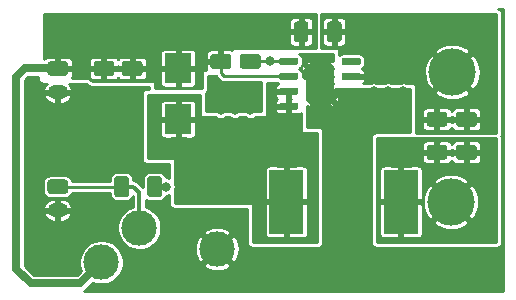
<source format=gbr>
G04 #@! TF.GenerationSoftware,KiCad,Pcbnew,(5.1.5)-3*
G04 #@! TF.CreationDate,2020-10-29T10:50:42+02:00*
G04 #@! TF.ProjectId,al8843,616c3838-3433-42e6-9b69-6361645f7063,rev?*
G04 #@! TF.SameCoordinates,Original*
G04 #@! TF.FileFunction,Copper,L1,Top*
G04 #@! TF.FilePolarity,Positive*
%FSLAX46Y46*%
G04 Gerber Fmt 4.6, Leading zero omitted, Abs format (unit mm)*
G04 Created by KiCad (PCBNEW (5.1.5)-3) date 2020-10-29 10:50:42*
%MOMM*%
%LPD*%
G04 APERTURE LIST*
%ADD10C,0.100000*%
%ADD11R,2.300000X2.500000*%
%ADD12O,1.750000X1.200000*%
%ADD13C,4.000000*%
%ADD14R,2.900000X5.400000*%
%ADD15C,3.000000*%
%ADD16C,0.500000*%
%ADD17C,0.800000*%
%ADD18C,0.250000*%
%ADD19C,0.700000*%
%ADD20C,0.500000*%
%ADD21C,0.300000*%
%ADD22C,0.254000*%
G04 APERTURE END LIST*
G04 #@! TA.AperFunction,SMDPad,CuDef*
D10*
G36*
X130749504Y-34076204D02*
G01*
X130773773Y-34079804D01*
X130797571Y-34085765D01*
X130820671Y-34094030D01*
X130842849Y-34104520D01*
X130863893Y-34117133D01*
X130883598Y-34131747D01*
X130901777Y-34148223D01*
X130918253Y-34166402D01*
X130932867Y-34186107D01*
X130945480Y-34207151D01*
X130955970Y-34229329D01*
X130964235Y-34252429D01*
X130970196Y-34276227D01*
X130973796Y-34300496D01*
X130975000Y-34325000D01*
X130975000Y-35075000D01*
X130973796Y-35099504D01*
X130970196Y-35123773D01*
X130964235Y-35147571D01*
X130955970Y-35170671D01*
X130945480Y-35192849D01*
X130932867Y-35213893D01*
X130918253Y-35233598D01*
X130901777Y-35251777D01*
X130883598Y-35268253D01*
X130863893Y-35282867D01*
X130842849Y-35295480D01*
X130820671Y-35305970D01*
X130797571Y-35314235D01*
X130773773Y-35320196D01*
X130749504Y-35323796D01*
X130725000Y-35325000D01*
X129475000Y-35325000D01*
X129450496Y-35323796D01*
X129426227Y-35320196D01*
X129402429Y-35314235D01*
X129379329Y-35305970D01*
X129357151Y-35295480D01*
X129336107Y-35282867D01*
X129316402Y-35268253D01*
X129298223Y-35251777D01*
X129281747Y-35233598D01*
X129267133Y-35213893D01*
X129254520Y-35192849D01*
X129244030Y-35170671D01*
X129235765Y-35147571D01*
X129229804Y-35123773D01*
X129226204Y-35099504D01*
X129225000Y-35075000D01*
X129225000Y-34325000D01*
X129226204Y-34300496D01*
X129229804Y-34276227D01*
X129235765Y-34252429D01*
X129244030Y-34229329D01*
X129254520Y-34207151D01*
X129267133Y-34186107D01*
X129281747Y-34166402D01*
X129298223Y-34148223D01*
X129316402Y-34131747D01*
X129336107Y-34117133D01*
X129357151Y-34104520D01*
X129379329Y-34094030D01*
X129402429Y-34085765D01*
X129426227Y-34079804D01*
X129450496Y-34076204D01*
X129475000Y-34075000D01*
X130725000Y-34075000D01*
X130749504Y-34076204D01*
G37*
G04 #@! TD.AperFunction*
G04 #@! TA.AperFunction,SMDPad,CuDef*
G36*
X130749504Y-36876204D02*
G01*
X130773773Y-36879804D01*
X130797571Y-36885765D01*
X130820671Y-36894030D01*
X130842849Y-36904520D01*
X130863893Y-36917133D01*
X130883598Y-36931747D01*
X130901777Y-36948223D01*
X130918253Y-36966402D01*
X130932867Y-36986107D01*
X130945480Y-37007151D01*
X130955970Y-37029329D01*
X130964235Y-37052429D01*
X130970196Y-37076227D01*
X130973796Y-37100496D01*
X130975000Y-37125000D01*
X130975000Y-37875000D01*
X130973796Y-37899504D01*
X130970196Y-37923773D01*
X130964235Y-37947571D01*
X130955970Y-37970671D01*
X130945480Y-37992849D01*
X130932867Y-38013893D01*
X130918253Y-38033598D01*
X130901777Y-38051777D01*
X130883598Y-38068253D01*
X130863893Y-38082867D01*
X130842849Y-38095480D01*
X130820671Y-38105970D01*
X130797571Y-38114235D01*
X130773773Y-38120196D01*
X130749504Y-38123796D01*
X130725000Y-38125000D01*
X129475000Y-38125000D01*
X129450496Y-38123796D01*
X129426227Y-38120196D01*
X129402429Y-38114235D01*
X129379329Y-38105970D01*
X129357151Y-38095480D01*
X129336107Y-38082867D01*
X129316402Y-38068253D01*
X129298223Y-38051777D01*
X129281747Y-38033598D01*
X129267133Y-38013893D01*
X129254520Y-37992849D01*
X129244030Y-37970671D01*
X129235765Y-37947571D01*
X129229804Y-37923773D01*
X129226204Y-37899504D01*
X129225000Y-37875000D01*
X129225000Y-37125000D01*
X129226204Y-37100496D01*
X129229804Y-37076227D01*
X129235765Y-37052429D01*
X129244030Y-37029329D01*
X129254520Y-37007151D01*
X129267133Y-36986107D01*
X129281747Y-36966402D01*
X129298223Y-36948223D01*
X129316402Y-36931747D01*
X129336107Y-36917133D01*
X129357151Y-36904520D01*
X129379329Y-36894030D01*
X129402429Y-36885765D01*
X129426227Y-36879804D01*
X129450496Y-36876204D01*
X129475000Y-36875000D01*
X130725000Y-36875000D01*
X130749504Y-36876204D01*
G37*
G04 #@! TD.AperFunction*
G04 #@! TA.AperFunction,SMDPad,CuDef*
G36*
X128349504Y-36876204D02*
G01*
X128373773Y-36879804D01*
X128397571Y-36885765D01*
X128420671Y-36894030D01*
X128442849Y-36904520D01*
X128463893Y-36917133D01*
X128483598Y-36931747D01*
X128501777Y-36948223D01*
X128518253Y-36966402D01*
X128532867Y-36986107D01*
X128545480Y-37007151D01*
X128555970Y-37029329D01*
X128564235Y-37052429D01*
X128570196Y-37076227D01*
X128573796Y-37100496D01*
X128575000Y-37125000D01*
X128575000Y-37875000D01*
X128573796Y-37899504D01*
X128570196Y-37923773D01*
X128564235Y-37947571D01*
X128555970Y-37970671D01*
X128545480Y-37992849D01*
X128532867Y-38013893D01*
X128518253Y-38033598D01*
X128501777Y-38051777D01*
X128483598Y-38068253D01*
X128463893Y-38082867D01*
X128442849Y-38095480D01*
X128420671Y-38105970D01*
X128397571Y-38114235D01*
X128373773Y-38120196D01*
X128349504Y-38123796D01*
X128325000Y-38125000D01*
X127075000Y-38125000D01*
X127050496Y-38123796D01*
X127026227Y-38120196D01*
X127002429Y-38114235D01*
X126979329Y-38105970D01*
X126957151Y-38095480D01*
X126936107Y-38082867D01*
X126916402Y-38068253D01*
X126898223Y-38051777D01*
X126881747Y-38033598D01*
X126867133Y-38013893D01*
X126854520Y-37992849D01*
X126844030Y-37970671D01*
X126835765Y-37947571D01*
X126829804Y-37923773D01*
X126826204Y-37899504D01*
X126825000Y-37875000D01*
X126825000Y-37125000D01*
X126826204Y-37100496D01*
X126829804Y-37076227D01*
X126835765Y-37052429D01*
X126844030Y-37029329D01*
X126854520Y-37007151D01*
X126867133Y-36986107D01*
X126881747Y-36966402D01*
X126898223Y-36948223D01*
X126916402Y-36931747D01*
X126936107Y-36917133D01*
X126957151Y-36904520D01*
X126979329Y-36894030D01*
X127002429Y-36885765D01*
X127026227Y-36879804D01*
X127050496Y-36876204D01*
X127075000Y-36875000D01*
X128325000Y-36875000D01*
X128349504Y-36876204D01*
G37*
G04 #@! TD.AperFunction*
G04 #@! TA.AperFunction,SMDPad,CuDef*
G36*
X128349504Y-34076204D02*
G01*
X128373773Y-34079804D01*
X128397571Y-34085765D01*
X128420671Y-34094030D01*
X128442849Y-34104520D01*
X128463893Y-34117133D01*
X128483598Y-34131747D01*
X128501777Y-34148223D01*
X128518253Y-34166402D01*
X128532867Y-34186107D01*
X128545480Y-34207151D01*
X128555970Y-34229329D01*
X128564235Y-34252429D01*
X128570196Y-34276227D01*
X128573796Y-34300496D01*
X128575000Y-34325000D01*
X128575000Y-35075000D01*
X128573796Y-35099504D01*
X128570196Y-35123773D01*
X128564235Y-35147571D01*
X128555970Y-35170671D01*
X128545480Y-35192849D01*
X128532867Y-35213893D01*
X128518253Y-35233598D01*
X128501777Y-35251777D01*
X128483598Y-35268253D01*
X128463893Y-35282867D01*
X128442849Y-35295480D01*
X128420671Y-35305970D01*
X128397571Y-35314235D01*
X128373773Y-35320196D01*
X128349504Y-35323796D01*
X128325000Y-35325000D01*
X127075000Y-35325000D01*
X127050496Y-35323796D01*
X127026227Y-35320196D01*
X127002429Y-35314235D01*
X126979329Y-35305970D01*
X126957151Y-35295480D01*
X126936107Y-35282867D01*
X126916402Y-35268253D01*
X126898223Y-35251777D01*
X126881747Y-35233598D01*
X126867133Y-35213893D01*
X126854520Y-35192849D01*
X126844030Y-35170671D01*
X126835765Y-35147571D01*
X126829804Y-35123773D01*
X126826204Y-35099504D01*
X126825000Y-35075000D01*
X126825000Y-34325000D01*
X126826204Y-34300496D01*
X126829804Y-34276227D01*
X126835765Y-34252429D01*
X126844030Y-34229329D01*
X126854520Y-34207151D01*
X126867133Y-34186107D01*
X126881747Y-34166402D01*
X126898223Y-34148223D01*
X126916402Y-34131747D01*
X126936107Y-34117133D01*
X126957151Y-34104520D01*
X126979329Y-34094030D01*
X127002429Y-34085765D01*
X127026227Y-34079804D01*
X127050496Y-34076204D01*
X127075000Y-34075000D01*
X128325000Y-34075000D01*
X128349504Y-34076204D01*
G37*
G04 #@! TD.AperFunction*
G04 #@! TA.AperFunction,SMDPad,CuDef*
G36*
X140749504Y-33476204D02*
G01*
X140773773Y-33479804D01*
X140797571Y-33485765D01*
X140820671Y-33494030D01*
X140842849Y-33504520D01*
X140863893Y-33517133D01*
X140883598Y-33531747D01*
X140901777Y-33548223D01*
X140918253Y-33566402D01*
X140932867Y-33586107D01*
X140945480Y-33607151D01*
X140955970Y-33629329D01*
X140964235Y-33652429D01*
X140970196Y-33676227D01*
X140973796Y-33700496D01*
X140975000Y-33725000D01*
X140975000Y-34475000D01*
X140973796Y-34499504D01*
X140970196Y-34523773D01*
X140964235Y-34547571D01*
X140955970Y-34570671D01*
X140945480Y-34592849D01*
X140932867Y-34613893D01*
X140918253Y-34633598D01*
X140901777Y-34651777D01*
X140883598Y-34668253D01*
X140863893Y-34682867D01*
X140842849Y-34695480D01*
X140820671Y-34705970D01*
X140797571Y-34714235D01*
X140773773Y-34720196D01*
X140749504Y-34723796D01*
X140725000Y-34725000D01*
X139475000Y-34725000D01*
X139450496Y-34723796D01*
X139426227Y-34720196D01*
X139402429Y-34714235D01*
X139379329Y-34705970D01*
X139357151Y-34695480D01*
X139336107Y-34682867D01*
X139316402Y-34668253D01*
X139298223Y-34651777D01*
X139281747Y-34633598D01*
X139267133Y-34613893D01*
X139254520Y-34592849D01*
X139244030Y-34570671D01*
X139235765Y-34547571D01*
X139229804Y-34523773D01*
X139226204Y-34499504D01*
X139225000Y-34475000D01*
X139225000Y-33725000D01*
X139226204Y-33700496D01*
X139229804Y-33676227D01*
X139235765Y-33652429D01*
X139244030Y-33629329D01*
X139254520Y-33607151D01*
X139267133Y-33586107D01*
X139281747Y-33566402D01*
X139298223Y-33548223D01*
X139316402Y-33531747D01*
X139336107Y-33517133D01*
X139357151Y-33504520D01*
X139379329Y-33494030D01*
X139402429Y-33485765D01*
X139426227Y-33479804D01*
X139450496Y-33476204D01*
X139475000Y-33475000D01*
X140725000Y-33475000D01*
X140749504Y-33476204D01*
G37*
G04 #@! TD.AperFunction*
G04 #@! TA.AperFunction,SMDPad,CuDef*
G36*
X140749504Y-36276204D02*
G01*
X140773773Y-36279804D01*
X140797571Y-36285765D01*
X140820671Y-36294030D01*
X140842849Y-36304520D01*
X140863893Y-36317133D01*
X140883598Y-36331747D01*
X140901777Y-36348223D01*
X140918253Y-36366402D01*
X140932867Y-36386107D01*
X140945480Y-36407151D01*
X140955970Y-36429329D01*
X140964235Y-36452429D01*
X140970196Y-36476227D01*
X140973796Y-36500496D01*
X140975000Y-36525000D01*
X140975000Y-37275000D01*
X140973796Y-37299504D01*
X140970196Y-37323773D01*
X140964235Y-37347571D01*
X140955970Y-37370671D01*
X140945480Y-37392849D01*
X140932867Y-37413893D01*
X140918253Y-37433598D01*
X140901777Y-37451777D01*
X140883598Y-37468253D01*
X140863893Y-37482867D01*
X140842849Y-37495480D01*
X140820671Y-37505970D01*
X140797571Y-37514235D01*
X140773773Y-37520196D01*
X140749504Y-37523796D01*
X140725000Y-37525000D01*
X139475000Y-37525000D01*
X139450496Y-37523796D01*
X139426227Y-37520196D01*
X139402429Y-37514235D01*
X139379329Y-37505970D01*
X139357151Y-37495480D01*
X139336107Y-37482867D01*
X139316402Y-37468253D01*
X139298223Y-37451777D01*
X139281747Y-37433598D01*
X139267133Y-37413893D01*
X139254520Y-37392849D01*
X139244030Y-37370671D01*
X139235765Y-37347571D01*
X139229804Y-37323773D01*
X139226204Y-37299504D01*
X139225000Y-37275000D01*
X139225000Y-36525000D01*
X139226204Y-36500496D01*
X139229804Y-36476227D01*
X139235765Y-36452429D01*
X139244030Y-36429329D01*
X139254520Y-36407151D01*
X139267133Y-36386107D01*
X139281747Y-36366402D01*
X139298223Y-36348223D01*
X139316402Y-36331747D01*
X139336107Y-36317133D01*
X139357151Y-36304520D01*
X139379329Y-36294030D01*
X139402429Y-36285765D01*
X139426227Y-36279804D01*
X139450496Y-36276204D01*
X139475000Y-36275000D01*
X140725000Y-36275000D01*
X140749504Y-36276204D01*
G37*
G04 #@! TD.AperFunction*
G04 #@! TA.AperFunction,SMDPad,CuDef*
G36*
X138249504Y-33476204D02*
G01*
X138273773Y-33479804D01*
X138297571Y-33485765D01*
X138320671Y-33494030D01*
X138342849Y-33504520D01*
X138363893Y-33517133D01*
X138383598Y-33531747D01*
X138401777Y-33548223D01*
X138418253Y-33566402D01*
X138432867Y-33586107D01*
X138445480Y-33607151D01*
X138455970Y-33629329D01*
X138464235Y-33652429D01*
X138470196Y-33676227D01*
X138473796Y-33700496D01*
X138475000Y-33725000D01*
X138475000Y-34475000D01*
X138473796Y-34499504D01*
X138470196Y-34523773D01*
X138464235Y-34547571D01*
X138455970Y-34570671D01*
X138445480Y-34592849D01*
X138432867Y-34613893D01*
X138418253Y-34633598D01*
X138401777Y-34651777D01*
X138383598Y-34668253D01*
X138363893Y-34682867D01*
X138342849Y-34695480D01*
X138320671Y-34705970D01*
X138297571Y-34714235D01*
X138273773Y-34720196D01*
X138249504Y-34723796D01*
X138225000Y-34725000D01*
X136975000Y-34725000D01*
X136950496Y-34723796D01*
X136926227Y-34720196D01*
X136902429Y-34714235D01*
X136879329Y-34705970D01*
X136857151Y-34695480D01*
X136836107Y-34682867D01*
X136816402Y-34668253D01*
X136798223Y-34651777D01*
X136781747Y-34633598D01*
X136767133Y-34613893D01*
X136754520Y-34592849D01*
X136744030Y-34570671D01*
X136735765Y-34547571D01*
X136729804Y-34523773D01*
X136726204Y-34499504D01*
X136725000Y-34475000D01*
X136725000Y-33725000D01*
X136726204Y-33700496D01*
X136729804Y-33676227D01*
X136735765Y-33652429D01*
X136744030Y-33629329D01*
X136754520Y-33607151D01*
X136767133Y-33586107D01*
X136781747Y-33566402D01*
X136798223Y-33548223D01*
X136816402Y-33531747D01*
X136836107Y-33517133D01*
X136857151Y-33504520D01*
X136879329Y-33494030D01*
X136902429Y-33485765D01*
X136926227Y-33479804D01*
X136950496Y-33476204D01*
X136975000Y-33475000D01*
X138225000Y-33475000D01*
X138249504Y-33476204D01*
G37*
G04 #@! TD.AperFunction*
G04 #@! TA.AperFunction,SMDPad,CuDef*
G36*
X138249504Y-36276204D02*
G01*
X138273773Y-36279804D01*
X138297571Y-36285765D01*
X138320671Y-36294030D01*
X138342849Y-36304520D01*
X138363893Y-36317133D01*
X138383598Y-36331747D01*
X138401777Y-36348223D01*
X138418253Y-36366402D01*
X138432867Y-36386107D01*
X138445480Y-36407151D01*
X138455970Y-36429329D01*
X138464235Y-36452429D01*
X138470196Y-36476227D01*
X138473796Y-36500496D01*
X138475000Y-36525000D01*
X138475000Y-37275000D01*
X138473796Y-37299504D01*
X138470196Y-37323773D01*
X138464235Y-37347571D01*
X138455970Y-37370671D01*
X138445480Y-37392849D01*
X138432867Y-37413893D01*
X138418253Y-37433598D01*
X138401777Y-37451777D01*
X138383598Y-37468253D01*
X138363893Y-37482867D01*
X138342849Y-37495480D01*
X138320671Y-37505970D01*
X138297571Y-37514235D01*
X138273773Y-37520196D01*
X138249504Y-37523796D01*
X138225000Y-37525000D01*
X136975000Y-37525000D01*
X136950496Y-37523796D01*
X136926227Y-37520196D01*
X136902429Y-37514235D01*
X136879329Y-37505970D01*
X136857151Y-37495480D01*
X136836107Y-37482867D01*
X136816402Y-37468253D01*
X136798223Y-37451777D01*
X136781747Y-37433598D01*
X136767133Y-37413893D01*
X136754520Y-37392849D01*
X136744030Y-37370671D01*
X136735765Y-37347571D01*
X136729804Y-37323773D01*
X136726204Y-37299504D01*
X136725000Y-37275000D01*
X136725000Y-36525000D01*
X136726204Y-36500496D01*
X136729804Y-36476227D01*
X136735765Y-36452429D01*
X136744030Y-36429329D01*
X136754520Y-36407151D01*
X136767133Y-36386107D01*
X136781747Y-36366402D01*
X136798223Y-36348223D01*
X136816402Y-36331747D01*
X136836107Y-36317133D01*
X136857151Y-36304520D01*
X136879329Y-36294030D01*
X136902429Y-36285765D01*
X136926227Y-36279804D01*
X136950496Y-36276204D01*
X136975000Y-36275000D01*
X138225000Y-36275000D01*
X138249504Y-36276204D01*
G37*
G04 #@! TD.AperFunction*
G04 #@! TA.AperFunction,SMDPad,CuDef*
G36*
X156549504Y-41176204D02*
G01*
X156573773Y-41179804D01*
X156597571Y-41185765D01*
X156620671Y-41194030D01*
X156642849Y-41204520D01*
X156663893Y-41217133D01*
X156683598Y-41231747D01*
X156701777Y-41248223D01*
X156718253Y-41266402D01*
X156732867Y-41286107D01*
X156745480Y-41307151D01*
X156755970Y-41329329D01*
X156764235Y-41352429D01*
X156770196Y-41376227D01*
X156773796Y-41400496D01*
X156775000Y-41425000D01*
X156775000Y-42175000D01*
X156773796Y-42199504D01*
X156770196Y-42223773D01*
X156764235Y-42247571D01*
X156755970Y-42270671D01*
X156745480Y-42292849D01*
X156732867Y-42313893D01*
X156718253Y-42333598D01*
X156701777Y-42351777D01*
X156683598Y-42368253D01*
X156663893Y-42382867D01*
X156642849Y-42395480D01*
X156620671Y-42405970D01*
X156597571Y-42414235D01*
X156573773Y-42420196D01*
X156549504Y-42423796D01*
X156525000Y-42425000D01*
X155275000Y-42425000D01*
X155250496Y-42423796D01*
X155226227Y-42420196D01*
X155202429Y-42414235D01*
X155179329Y-42405970D01*
X155157151Y-42395480D01*
X155136107Y-42382867D01*
X155116402Y-42368253D01*
X155098223Y-42351777D01*
X155081747Y-42333598D01*
X155067133Y-42313893D01*
X155054520Y-42292849D01*
X155044030Y-42270671D01*
X155035765Y-42247571D01*
X155029804Y-42223773D01*
X155026204Y-42199504D01*
X155025000Y-42175000D01*
X155025000Y-41425000D01*
X155026204Y-41400496D01*
X155029804Y-41376227D01*
X155035765Y-41352429D01*
X155044030Y-41329329D01*
X155054520Y-41307151D01*
X155067133Y-41286107D01*
X155081747Y-41266402D01*
X155098223Y-41248223D01*
X155116402Y-41231747D01*
X155136107Y-41217133D01*
X155157151Y-41204520D01*
X155179329Y-41194030D01*
X155202429Y-41185765D01*
X155226227Y-41179804D01*
X155250496Y-41176204D01*
X155275000Y-41175000D01*
X156525000Y-41175000D01*
X156549504Y-41176204D01*
G37*
G04 #@! TD.AperFunction*
G04 #@! TA.AperFunction,SMDPad,CuDef*
G36*
X156549504Y-38376204D02*
G01*
X156573773Y-38379804D01*
X156597571Y-38385765D01*
X156620671Y-38394030D01*
X156642849Y-38404520D01*
X156663893Y-38417133D01*
X156683598Y-38431747D01*
X156701777Y-38448223D01*
X156718253Y-38466402D01*
X156732867Y-38486107D01*
X156745480Y-38507151D01*
X156755970Y-38529329D01*
X156764235Y-38552429D01*
X156770196Y-38576227D01*
X156773796Y-38600496D01*
X156775000Y-38625000D01*
X156775000Y-39375000D01*
X156773796Y-39399504D01*
X156770196Y-39423773D01*
X156764235Y-39447571D01*
X156755970Y-39470671D01*
X156745480Y-39492849D01*
X156732867Y-39513893D01*
X156718253Y-39533598D01*
X156701777Y-39551777D01*
X156683598Y-39568253D01*
X156663893Y-39582867D01*
X156642849Y-39595480D01*
X156620671Y-39605970D01*
X156597571Y-39614235D01*
X156573773Y-39620196D01*
X156549504Y-39623796D01*
X156525000Y-39625000D01*
X155275000Y-39625000D01*
X155250496Y-39623796D01*
X155226227Y-39620196D01*
X155202429Y-39614235D01*
X155179329Y-39605970D01*
X155157151Y-39595480D01*
X155136107Y-39582867D01*
X155116402Y-39568253D01*
X155098223Y-39551777D01*
X155081747Y-39533598D01*
X155067133Y-39513893D01*
X155054520Y-39492849D01*
X155044030Y-39470671D01*
X155035765Y-39447571D01*
X155029804Y-39423773D01*
X155026204Y-39399504D01*
X155025000Y-39375000D01*
X155025000Y-38625000D01*
X155026204Y-38600496D01*
X155029804Y-38576227D01*
X155035765Y-38552429D01*
X155044030Y-38529329D01*
X155054520Y-38507151D01*
X155067133Y-38486107D01*
X155081747Y-38466402D01*
X155098223Y-38448223D01*
X155116402Y-38431747D01*
X155136107Y-38417133D01*
X155157151Y-38404520D01*
X155179329Y-38394030D01*
X155202429Y-38385765D01*
X155226227Y-38379804D01*
X155250496Y-38376204D01*
X155275000Y-38375000D01*
X156525000Y-38375000D01*
X156549504Y-38376204D01*
G37*
G04 #@! TD.AperFunction*
G04 #@! TA.AperFunction,SMDPad,CuDef*
G36*
X159049504Y-41176204D02*
G01*
X159073773Y-41179804D01*
X159097571Y-41185765D01*
X159120671Y-41194030D01*
X159142849Y-41204520D01*
X159163893Y-41217133D01*
X159183598Y-41231747D01*
X159201777Y-41248223D01*
X159218253Y-41266402D01*
X159232867Y-41286107D01*
X159245480Y-41307151D01*
X159255970Y-41329329D01*
X159264235Y-41352429D01*
X159270196Y-41376227D01*
X159273796Y-41400496D01*
X159275000Y-41425000D01*
X159275000Y-42175000D01*
X159273796Y-42199504D01*
X159270196Y-42223773D01*
X159264235Y-42247571D01*
X159255970Y-42270671D01*
X159245480Y-42292849D01*
X159232867Y-42313893D01*
X159218253Y-42333598D01*
X159201777Y-42351777D01*
X159183598Y-42368253D01*
X159163893Y-42382867D01*
X159142849Y-42395480D01*
X159120671Y-42405970D01*
X159097571Y-42414235D01*
X159073773Y-42420196D01*
X159049504Y-42423796D01*
X159025000Y-42425000D01*
X157775000Y-42425000D01*
X157750496Y-42423796D01*
X157726227Y-42420196D01*
X157702429Y-42414235D01*
X157679329Y-42405970D01*
X157657151Y-42395480D01*
X157636107Y-42382867D01*
X157616402Y-42368253D01*
X157598223Y-42351777D01*
X157581747Y-42333598D01*
X157567133Y-42313893D01*
X157554520Y-42292849D01*
X157544030Y-42270671D01*
X157535765Y-42247571D01*
X157529804Y-42223773D01*
X157526204Y-42199504D01*
X157525000Y-42175000D01*
X157525000Y-41425000D01*
X157526204Y-41400496D01*
X157529804Y-41376227D01*
X157535765Y-41352429D01*
X157544030Y-41329329D01*
X157554520Y-41307151D01*
X157567133Y-41286107D01*
X157581747Y-41266402D01*
X157598223Y-41248223D01*
X157616402Y-41231747D01*
X157636107Y-41217133D01*
X157657151Y-41204520D01*
X157679329Y-41194030D01*
X157702429Y-41185765D01*
X157726227Y-41179804D01*
X157750496Y-41176204D01*
X157775000Y-41175000D01*
X159025000Y-41175000D01*
X159049504Y-41176204D01*
G37*
G04 #@! TD.AperFunction*
G04 #@! TA.AperFunction,SMDPad,CuDef*
G36*
X159049504Y-38376204D02*
G01*
X159073773Y-38379804D01*
X159097571Y-38385765D01*
X159120671Y-38394030D01*
X159142849Y-38404520D01*
X159163893Y-38417133D01*
X159183598Y-38431747D01*
X159201777Y-38448223D01*
X159218253Y-38466402D01*
X159232867Y-38486107D01*
X159245480Y-38507151D01*
X159255970Y-38529329D01*
X159264235Y-38552429D01*
X159270196Y-38576227D01*
X159273796Y-38600496D01*
X159275000Y-38625000D01*
X159275000Y-39375000D01*
X159273796Y-39399504D01*
X159270196Y-39423773D01*
X159264235Y-39447571D01*
X159255970Y-39470671D01*
X159245480Y-39492849D01*
X159232867Y-39513893D01*
X159218253Y-39533598D01*
X159201777Y-39551777D01*
X159183598Y-39568253D01*
X159163893Y-39582867D01*
X159142849Y-39595480D01*
X159120671Y-39605970D01*
X159097571Y-39614235D01*
X159073773Y-39620196D01*
X159049504Y-39623796D01*
X159025000Y-39625000D01*
X157775000Y-39625000D01*
X157750496Y-39623796D01*
X157726227Y-39620196D01*
X157702429Y-39614235D01*
X157679329Y-39605970D01*
X157657151Y-39595480D01*
X157636107Y-39582867D01*
X157616402Y-39568253D01*
X157598223Y-39551777D01*
X157581747Y-39533598D01*
X157567133Y-39513893D01*
X157554520Y-39492849D01*
X157544030Y-39470671D01*
X157535765Y-39447571D01*
X157529804Y-39423773D01*
X157526204Y-39399504D01*
X157525000Y-39375000D01*
X157525000Y-38625000D01*
X157526204Y-38600496D01*
X157529804Y-38576227D01*
X157535765Y-38552429D01*
X157544030Y-38529329D01*
X157554520Y-38507151D01*
X157567133Y-38486107D01*
X157581747Y-38466402D01*
X157598223Y-38448223D01*
X157616402Y-38431747D01*
X157636107Y-38417133D01*
X157657151Y-38404520D01*
X157679329Y-38394030D01*
X157702429Y-38385765D01*
X157726227Y-38379804D01*
X157750496Y-38376204D01*
X157775000Y-38375000D01*
X159025000Y-38375000D01*
X159049504Y-38376204D01*
G37*
G04 #@! TD.AperFunction*
D11*
X134000000Y-34700000D03*
X134000000Y-39000000D03*
G04 #@! TA.AperFunction,ComponentPad*
D10*
G36*
X124449505Y-34101204D02*
G01*
X124473773Y-34104804D01*
X124497572Y-34110765D01*
X124520671Y-34119030D01*
X124542850Y-34129520D01*
X124563893Y-34142132D01*
X124583599Y-34156747D01*
X124601777Y-34173223D01*
X124618253Y-34191401D01*
X124632868Y-34211107D01*
X124645480Y-34232150D01*
X124655970Y-34254329D01*
X124664235Y-34277428D01*
X124670196Y-34301227D01*
X124673796Y-34325495D01*
X124675000Y-34349999D01*
X124675000Y-35050001D01*
X124673796Y-35074505D01*
X124670196Y-35098773D01*
X124664235Y-35122572D01*
X124655970Y-35145671D01*
X124645480Y-35167850D01*
X124632868Y-35188893D01*
X124618253Y-35208599D01*
X124601777Y-35226777D01*
X124583599Y-35243253D01*
X124563893Y-35257868D01*
X124542850Y-35270480D01*
X124520671Y-35280970D01*
X124497572Y-35289235D01*
X124473773Y-35295196D01*
X124449505Y-35298796D01*
X124425001Y-35300000D01*
X123174999Y-35300000D01*
X123150495Y-35298796D01*
X123126227Y-35295196D01*
X123102428Y-35289235D01*
X123079329Y-35280970D01*
X123057150Y-35270480D01*
X123036107Y-35257868D01*
X123016401Y-35243253D01*
X122998223Y-35226777D01*
X122981747Y-35208599D01*
X122967132Y-35188893D01*
X122954520Y-35167850D01*
X122944030Y-35145671D01*
X122935765Y-35122572D01*
X122929804Y-35098773D01*
X122926204Y-35074505D01*
X122925000Y-35050001D01*
X122925000Y-34349999D01*
X122926204Y-34325495D01*
X122929804Y-34301227D01*
X122935765Y-34277428D01*
X122944030Y-34254329D01*
X122954520Y-34232150D01*
X122967132Y-34211107D01*
X122981747Y-34191401D01*
X122998223Y-34173223D01*
X123016401Y-34156747D01*
X123036107Y-34142132D01*
X123057150Y-34129520D01*
X123079329Y-34119030D01*
X123102428Y-34110765D01*
X123126227Y-34104804D01*
X123150495Y-34101204D01*
X123174999Y-34100000D01*
X124425001Y-34100000D01*
X124449505Y-34101204D01*
G37*
G04 #@! TD.AperFunction*
D12*
X123800000Y-36700000D03*
X123800000Y-46700000D03*
G04 #@! TA.AperFunction,ComponentPad*
D10*
G36*
X124449505Y-44101204D02*
G01*
X124473773Y-44104804D01*
X124497572Y-44110765D01*
X124520671Y-44119030D01*
X124542850Y-44129520D01*
X124563893Y-44142132D01*
X124583599Y-44156747D01*
X124601777Y-44173223D01*
X124618253Y-44191401D01*
X124632868Y-44211107D01*
X124645480Y-44232150D01*
X124655970Y-44254329D01*
X124664235Y-44277428D01*
X124670196Y-44301227D01*
X124673796Y-44325495D01*
X124675000Y-44349999D01*
X124675000Y-45050001D01*
X124673796Y-45074505D01*
X124670196Y-45098773D01*
X124664235Y-45122572D01*
X124655970Y-45145671D01*
X124645480Y-45167850D01*
X124632868Y-45188893D01*
X124618253Y-45208599D01*
X124601777Y-45226777D01*
X124583599Y-45243253D01*
X124563893Y-45257868D01*
X124542850Y-45270480D01*
X124520671Y-45280970D01*
X124497572Y-45289235D01*
X124473773Y-45295196D01*
X124449505Y-45298796D01*
X124425001Y-45300000D01*
X123174999Y-45300000D01*
X123150495Y-45298796D01*
X123126227Y-45295196D01*
X123102428Y-45289235D01*
X123079329Y-45280970D01*
X123057150Y-45270480D01*
X123036107Y-45257868D01*
X123016401Y-45243253D01*
X122998223Y-45226777D01*
X122981747Y-45208599D01*
X122967132Y-45188893D01*
X122954520Y-45167850D01*
X122944030Y-45145671D01*
X122935765Y-45122572D01*
X122929804Y-45098773D01*
X122926204Y-45074505D01*
X122925000Y-45050001D01*
X122925000Y-44349999D01*
X122926204Y-44325495D01*
X122929804Y-44301227D01*
X122935765Y-44277428D01*
X122944030Y-44254329D01*
X122954520Y-44232150D01*
X122967132Y-44211107D01*
X122981747Y-44191401D01*
X122998223Y-44173223D01*
X123016401Y-44156747D01*
X123036107Y-44142132D01*
X123057150Y-44129520D01*
X123079329Y-44119030D01*
X123102428Y-44110765D01*
X123126227Y-44104804D01*
X123150495Y-44101204D01*
X123174999Y-44100000D01*
X124425001Y-44100000D01*
X124449505Y-44101204D01*
G37*
G04 #@! TD.AperFunction*
D13*
X157200000Y-35000000D03*
X157100000Y-46000000D03*
D14*
X152850000Y-46000000D03*
X143150000Y-46000000D03*
G04 #@! TA.AperFunction,SMDPad,CuDef*
D10*
G36*
X132399504Y-43826204D02*
G01*
X132423773Y-43829804D01*
X132447571Y-43835765D01*
X132470671Y-43844030D01*
X132492849Y-43854520D01*
X132513893Y-43867133D01*
X132533598Y-43881747D01*
X132551777Y-43898223D01*
X132568253Y-43916402D01*
X132582867Y-43936107D01*
X132595480Y-43957151D01*
X132605970Y-43979329D01*
X132614235Y-44002429D01*
X132620196Y-44026227D01*
X132623796Y-44050496D01*
X132625000Y-44075000D01*
X132625000Y-45325000D01*
X132623796Y-45349504D01*
X132620196Y-45373773D01*
X132614235Y-45397571D01*
X132605970Y-45420671D01*
X132595480Y-45442849D01*
X132582867Y-45463893D01*
X132568253Y-45483598D01*
X132551777Y-45501777D01*
X132533598Y-45518253D01*
X132513893Y-45532867D01*
X132492849Y-45545480D01*
X132470671Y-45555970D01*
X132447571Y-45564235D01*
X132423773Y-45570196D01*
X132399504Y-45573796D01*
X132375000Y-45575000D01*
X131625000Y-45575000D01*
X131600496Y-45573796D01*
X131576227Y-45570196D01*
X131552429Y-45564235D01*
X131529329Y-45555970D01*
X131507151Y-45545480D01*
X131486107Y-45532867D01*
X131466402Y-45518253D01*
X131448223Y-45501777D01*
X131431747Y-45483598D01*
X131417133Y-45463893D01*
X131404520Y-45442849D01*
X131394030Y-45420671D01*
X131385765Y-45397571D01*
X131379804Y-45373773D01*
X131376204Y-45349504D01*
X131375000Y-45325000D01*
X131375000Y-44075000D01*
X131376204Y-44050496D01*
X131379804Y-44026227D01*
X131385765Y-44002429D01*
X131394030Y-43979329D01*
X131404520Y-43957151D01*
X131417133Y-43936107D01*
X131431747Y-43916402D01*
X131448223Y-43898223D01*
X131466402Y-43881747D01*
X131486107Y-43867133D01*
X131507151Y-43854520D01*
X131529329Y-43844030D01*
X131552429Y-43835765D01*
X131576227Y-43829804D01*
X131600496Y-43826204D01*
X131625000Y-43825000D01*
X132375000Y-43825000D01*
X132399504Y-43826204D01*
G37*
G04 #@! TD.AperFunction*
G04 #@! TA.AperFunction,SMDPad,CuDef*
G36*
X129599504Y-43826204D02*
G01*
X129623773Y-43829804D01*
X129647571Y-43835765D01*
X129670671Y-43844030D01*
X129692849Y-43854520D01*
X129713893Y-43867133D01*
X129733598Y-43881747D01*
X129751777Y-43898223D01*
X129768253Y-43916402D01*
X129782867Y-43936107D01*
X129795480Y-43957151D01*
X129805970Y-43979329D01*
X129814235Y-44002429D01*
X129820196Y-44026227D01*
X129823796Y-44050496D01*
X129825000Y-44075000D01*
X129825000Y-45325000D01*
X129823796Y-45349504D01*
X129820196Y-45373773D01*
X129814235Y-45397571D01*
X129805970Y-45420671D01*
X129795480Y-45442849D01*
X129782867Y-45463893D01*
X129768253Y-45483598D01*
X129751777Y-45501777D01*
X129733598Y-45518253D01*
X129713893Y-45532867D01*
X129692849Y-45545480D01*
X129670671Y-45555970D01*
X129647571Y-45564235D01*
X129623773Y-45570196D01*
X129599504Y-45573796D01*
X129575000Y-45575000D01*
X128825000Y-45575000D01*
X128800496Y-45573796D01*
X128776227Y-45570196D01*
X128752429Y-45564235D01*
X128729329Y-45555970D01*
X128707151Y-45545480D01*
X128686107Y-45532867D01*
X128666402Y-45518253D01*
X128648223Y-45501777D01*
X128631747Y-45483598D01*
X128617133Y-45463893D01*
X128604520Y-45442849D01*
X128594030Y-45420671D01*
X128585765Y-45397571D01*
X128579804Y-45373773D01*
X128576204Y-45349504D01*
X128575000Y-45325000D01*
X128575000Y-44075000D01*
X128576204Y-44050496D01*
X128579804Y-44026227D01*
X128585765Y-44002429D01*
X128594030Y-43979329D01*
X128604520Y-43957151D01*
X128617133Y-43936107D01*
X128631747Y-43916402D01*
X128648223Y-43898223D01*
X128666402Y-43881747D01*
X128686107Y-43867133D01*
X128707151Y-43854520D01*
X128729329Y-43844030D01*
X128752429Y-43835765D01*
X128776227Y-43829804D01*
X128800496Y-43826204D01*
X128825000Y-43825000D01*
X129575000Y-43825000D01*
X129599504Y-43826204D01*
G37*
G04 #@! TD.AperFunction*
G04 #@! TA.AperFunction,SMDPad,CuDef*
G36*
X147599504Y-30726204D02*
G01*
X147623773Y-30729804D01*
X147647571Y-30735765D01*
X147670671Y-30744030D01*
X147692849Y-30754520D01*
X147713893Y-30767133D01*
X147733598Y-30781747D01*
X147751777Y-30798223D01*
X147768253Y-30816402D01*
X147782867Y-30836107D01*
X147795480Y-30857151D01*
X147805970Y-30879329D01*
X147814235Y-30902429D01*
X147820196Y-30926227D01*
X147823796Y-30950496D01*
X147825000Y-30975000D01*
X147825000Y-32225000D01*
X147823796Y-32249504D01*
X147820196Y-32273773D01*
X147814235Y-32297571D01*
X147805970Y-32320671D01*
X147795480Y-32342849D01*
X147782867Y-32363893D01*
X147768253Y-32383598D01*
X147751777Y-32401777D01*
X147733598Y-32418253D01*
X147713893Y-32432867D01*
X147692849Y-32445480D01*
X147670671Y-32455970D01*
X147647571Y-32464235D01*
X147623773Y-32470196D01*
X147599504Y-32473796D01*
X147575000Y-32475000D01*
X146825000Y-32475000D01*
X146800496Y-32473796D01*
X146776227Y-32470196D01*
X146752429Y-32464235D01*
X146729329Y-32455970D01*
X146707151Y-32445480D01*
X146686107Y-32432867D01*
X146666402Y-32418253D01*
X146648223Y-32401777D01*
X146631747Y-32383598D01*
X146617133Y-32363893D01*
X146604520Y-32342849D01*
X146594030Y-32320671D01*
X146585765Y-32297571D01*
X146579804Y-32273773D01*
X146576204Y-32249504D01*
X146575000Y-32225000D01*
X146575000Y-30975000D01*
X146576204Y-30950496D01*
X146579804Y-30926227D01*
X146585765Y-30902429D01*
X146594030Y-30879329D01*
X146604520Y-30857151D01*
X146617133Y-30836107D01*
X146631747Y-30816402D01*
X146648223Y-30798223D01*
X146666402Y-30781747D01*
X146686107Y-30767133D01*
X146707151Y-30754520D01*
X146729329Y-30744030D01*
X146752429Y-30735765D01*
X146776227Y-30729804D01*
X146800496Y-30726204D01*
X146825000Y-30725000D01*
X147575000Y-30725000D01*
X147599504Y-30726204D01*
G37*
G04 #@! TD.AperFunction*
G04 #@! TA.AperFunction,SMDPad,CuDef*
G36*
X144799504Y-30726204D02*
G01*
X144823773Y-30729804D01*
X144847571Y-30735765D01*
X144870671Y-30744030D01*
X144892849Y-30754520D01*
X144913893Y-30767133D01*
X144933598Y-30781747D01*
X144951777Y-30798223D01*
X144968253Y-30816402D01*
X144982867Y-30836107D01*
X144995480Y-30857151D01*
X145005970Y-30879329D01*
X145014235Y-30902429D01*
X145020196Y-30926227D01*
X145023796Y-30950496D01*
X145025000Y-30975000D01*
X145025000Y-32225000D01*
X145023796Y-32249504D01*
X145020196Y-32273773D01*
X145014235Y-32297571D01*
X145005970Y-32320671D01*
X144995480Y-32342849D01*
X144982867Y-32363893D01*
X144968253Y-32383598D01*
X144951777Y-32401777D01*
X144933598Y-32418253D01*
X144913893Y-32432867D01*
X144892849Y-32445480D01*
X144870671Y-32455970D01*
X144847571Y-32464235D01*
X144823773Y-32470196D01*
X144799504Y-32473796D01*
X144775000Y-32475000D01*
X144025000Y-32475000D01*
X144000496Y-32473796D01*
X143976227Y-32470196D01*
X143952429Y-32464235D01*
X143929329Y-32455970D01*
X143907151Y-32445480D01*
X143886107Y-32432867D01*
X143866402Y-32418253D01*
X143848223Y-32401777D01*
X143831747Y-32383598D01*
X143817133Y-32363893D01*
X143804520Y-32342849D01*
X143794030Y-32320671D01*
X143785765Y-32297571D01*
X143779804Y-32273773D01*
X143776204Y-32249504D01*
X143775000Y-32225000D01*
X143775000Y-30975000D01*
X143776204Y-30950496D01*
X143779804Y-30926227D01*
X143785765Y-30902429D01*
X143794030Y-30879329D01*
X143804520Y-30857151D01*
X143817133Y-30836107D01*
X143831747Y-30816402D01*
X143848223Y-30798223D01*
X143866402Y-30781747D01*
X143886107Y-30767133D01*
X143907151Y-30754520D01*
X143929329Y-30744030D01*
X143952429Y-30735765D01*
X143976227Y-30729804D01*
X144000496Y-30726204D01*
X144025000Y-30725000D01*
X144775000Y-30725000D01*
X144799504Y-30726204D01*
G37*
G04 #@! TD.AperFunction*
D15*
X130700000Y-48200000D03*
X127500000Y-51100000D03*
X137300000Y-50000000D03*
G04 #@! TA.AperFunction,SMDPad,CuDef*
D10*
G36*
X146979506Y-34451204D02*
G01*
X147003774Y-34454804D01*
X147027573Y-34460765D01*
X147050672Y-34469030D01*
X147072850Y-34479519D01*
X147093893Y-34492132D01*
X147113599Y-34506747D01*
X147131777Y-34523223D01*
X147148253Y-34541401D01*
X147162868Y-34561107D01*
X147175481Y-34582150D01*
X147185970Y-34604328D01*
X147194235Y-34627427D01*
X147200196Y-34651226D01*
X147203796Y-34675494D01*
X147205000Y-34699998D01*
X147205000Y-37300002D01*
X147203796Y-37324506D01*
X147200196Y-37348774D01*
X147194235Y-37372573D01*
X147185970Y-37395672D01*
X147175481Y-37417850D01*
X147162868Y-37438893D01*
X147148253Y-37458599D01*
X147131777Y-37476777D01*
X147113599Y-37493253D01*
X147093893Y-37507868D01*
X147072850Y-37520481D01*
X147050672Y-37530970D01*
X147027573Y-37539235D01*
X147003774Y-37545196D01*
X146979506Y-37548796D01*
X146955002Y-37550000D01*
X145044998Y-37550000D01*
X145020494Y-37548796D01*
X144996226Y-37545196D01*
X144972427Y-37539235D01*
X144949328Y-37530970D01*
X144927150Y-37520481D01*
X144906107Y-37507868D01*
X144886401Y-37493253D01*
X144868223Y-37476777D01*
X144851747Y-37458599D01*
X144837132Y-37438893D01*
X144824519Y-37417850D01*
X144814030Y-37395672D01*
X144805765Y-37372573D01*
X144799804Y-37348774D01*
X144796204Y-37324506D01*
X144795000Y-37300002D01*
X144795000Y-34699998D01*
X144796204Y-34675494D01*
X144799804Y-34651226D01*
X144805765Y-34627427D01*
X144814030Y-34604328D01*
X144824519Y-34582150D01*
X144837132Y-34561107D01*
X144851747Y-34541401D01*
X144868223Y-34523223D01*
X144886401Y-34506747D01*
X144906107Y-34492132D01*
X144927150Y-34479519D01*
X144949328Y-34469030D01*
X144972427Y-34460765D01*
X144996226Y-34454804D01*
X145020494Y-34451204D01*
X145044998Y-34450000D01*
X146955002Y-34450000D01*
X146979506Y-34451204D01*
G37*
G04 #@! TD.AperFunction*
D16*
X146955000Y-37300000D03*
X145045000Y-37300000D03*
X146955000Y-36000000D03*
X145045000Y-36000000D03*
X146955000Y-34700000D03*
X145045000Y-34700000D03*
G04 #@! TA.AperFunction,SMDPad,CuDef*
D10*
G36*
X149314703Y-37605722D02*
G01*
X149329264Y-37607882D01*
X149343543Y-37611459D01*
X149357403Y-37616418D01*
X149370710Y-37622712D01*
X149383336Y-37630280D01*
X149395159Y-37639048D01*
X149406066Y-37648934D01*
X149415952Y-37659841D01*
X149424720Y-37671664D01*
X149432288Y-37684290D01*
X149438582Y-37697597D01*
X149443541Y-37711457D01*
X149447118Y-37725736D01*
X149449278Y-37740297D01*
X149450000Y-37755000D01*
X149450000Y-38055000D01*
X149449278Y-38069703D01*
X149447118Y-38084264D01*
X149443541Y-38098543D01*
X149438582Y-38112403D01*
X149432288Y-38125710D01*
X149424720Y-38138336D01*
X149415952Y-38150159D01*
X149406066Y-38161066D01*
X149395159Y-38170952D01*
X149383336Y-38179720D01*
X149370710Y-38187288D01*
X149357403Y-38193582D01*
X149343543Y-38198541D01*
X149329264Y-38202118D01*
X149314703Y-38204278D01*
X149300000Y-38205000D01*
X148000000Y-38205000D01*
X147985297Y-38204278D01*
X147970736Y-38202118D01*
X147956457Y-38198541D01*
X147942597Y-38193582D01*
X147929290Y-38187288D01*
X147916664Y-38179720D01*
X147904841Y-38170952D01*
X147893934Y-38161066D01*
X147884048Y-38150159D01*
X147875280Y-38138336D01*
X147867712Y-38125710D01*
X147861418Y-38112403D01*
X147856459Y-38098543D01*
X147852882Y-38084264D01*
X147850722Y-38069703D01*
X147850000Y-38055000D01*
X147850000Y-37755000D01*
X147850722Y-37740297D01*
X147852882Y-37725736D01*
X147856459Y-37711457D01*
X147861418Y-37697597D01*
X147867712Y-37684290D01*
X147875280Y-37671664D01*
X147884048Y-37659841D01*
X147893934Y-37648934D01*
X147904841Y-37639048D01*
X147916664Y-37630280D01*
X147929290Y-37622712D01*
X147942597Y-37616418D01*
X147956457Y-37611459D01*
X147970736Y-37607882D01*
X147985297Y-37605722D01*
X148000000Y-37605000D01*
X149300000Y-37605000D01*
X149314703Y-37605722D01*
G37*
G04 #@! TD.AperFunction*
G04 #@! TA.AperFunction,SMDPad,CuDef*
G36*
X149314703Y-36335722D02*
G01*
X149329264Y-36337882D01*
X149343543Y-36341459D01*
X149357403Y-36346418D01*
X149370710Y-36352712D01*
X149383336Y-36360280D01*
X149395159Y-36369048D01*
X149406066Y-36378934D01*
X149415952Y-36389841D01*
X149424720Y-36401664D01*
X149432288Y-36414290D01*
X149438582Y-36427597D01*
X149443541Y-36441457D01*
X149447118Y-36455736D01*
X149449278Y-36470297D01*
X149450000Y-36485000D01*
X149450000Y-36785000D01*
X149449278Y-36799703D01*
X149447118Y-36814264D01*
X149443541Y-36828543D01*
X149438582Y-36842403D01*
X149432288Y-36855710D01*
X149424720Y-36868336D01*
X149415952Y-36880159D01*
X149406066Y-36891066D01*
X149395159Y-36900952D01*
X149383336Y-36909720D01*
X149370710Y-36917288D01*
X149357403Y-36923582D01*
X149343543Y-36928541D01*
X149329264Y-36932118D01*
X149314703Y-36934278D01*
X149300000Y-36935000D01*
X148000000Y-36935000D01*
X147985297Y-36934278D01*
X147970736Y-36932118D01*
X147956457Y-36928541D01*
X147942597Y-36923582D01*
X147929290Y-36917288D01*
X147916664Y-36909720D01*
X147904841Y-36900952D01*
X147893934Y-36891066D01*
X147884048Y-36880159D01*
X147875280Y-36868336D01*
X147867712Y-36855710D01*
X147861418Y-36842403D01*
X147856459Y-36828543D01*
X147852882Y-36814264D01*
X147850722Y-36799703D01*
X147850000Y-36785000D01*
X147850000Y-36485000D01*
X147850722Y-36470297D01*
X147852882Y-36455736D01*
X147856459Y-36441457D01*
X147861418Y-36427597D01*
X147867712Y-36414290D01*
X147875280Y-36401664D01*
X147884048Y-36389841D01*
X147893934Y-36378934D01*
X147904841Y-36369048D01*
X147916664Y-36360280D01*
X147929290Y-36352712D01*
X147942597Y-36346418D01*
X147956457Y-36341459D01*
X147970736Y-36337882D01*
X147985297Y-36335722D01*
X148000000Y-36335000D01*
X149300000Y-36335000D01*
X149314703Y-36335722D01*
G37*
G04 #@! TD.AperFunction*
G04 #@! TA.AperFunction,SMDPad,CuDef*
G36*
X149314703Y-35065722D02*
G01*
X149329264Y-35067882D01*
X149343543Y-35071459D01*
X149357403Y-35076418D01*
X149370710Y-35082712D01*
X149383336Y-35090280D01*
X149395159Y-35099048D01*
X149406066Y-35108934D01*
X149415952Y-35119841D01*
X149424720Y-35131664D01*
X149432288Y-35144290D01*
X149438582Y-35157597D01*
X149443541Y-35171457D01*
X149447118Y-35185736D01*
X149449278Y-35200297D01*
X149450000Y-35215000D01*
X149450000Y-35515000D01*
X149449278Y-35529703D01*
X149447118Y-35544264D01*
X149443541Y-35558543D01*
X149438582Y-35572403D01*
X149432288Y-35585710D01*
X149424720Y-35598336D01*
X149415952Y-35610159D01*
X149406066Y-35621066D01*
X149395159Y-35630952D01*
X149383336Y-35639720D01*
X149370710Y-35647288D01*
X149357403Y-35653582D01*
X149343543Y-35658541D01*
X149329264Y-35662118D01*
X149314703Y-35664278D01*
X149300000Y-35665000D01*
X148000000Y-35665000D01*
X147985297Y-35664278D01*
X147970736Y-35662118D01*
X147956457Y-35658541D01*
X147942597Y-35653582D01*
X147929290Y-35647288D01*
X147916664Y-35639720D01*
X147904841Y-35630952D01*
X147893934Y-35621066D01*
X147884048Y-35610159D01*
X147875280Y-35598336D01*
X147867712Y-35585710D01*
X147861418Y-35572403D01*
X147856459Y-35558543D01*
X147852882Y-35544264D01*
X147850722Y-35529703D01*
X147850000Y-35515000D01*
X147850000Y-35215000D01*
X147850722Y-35200297D01*
X147852882Y-35185736D01*
X147856459Y-35171457D01*
X147861418Y-35157597D01*
X147867712Y-35144290D01*
X147875280Y-35131664D01*
X147884048Y-35119841D01*
X147893934Y-35108934D01*
X147904841Y-35099048D01*
X147916664Y-35090280D01*
X147929290Y-35082712D01*
X147942597Y-35076418D01*
X147956457Y-35071459D01*
X147970736Y-35067882D01*
X147985297Y-35065722D01*
X148000000Y-35065000D01*
X149300000Y-35065000D01*
X149314703Y-35065722D01*
G37*
G04 #@! TD.AperFunction*
G04 #@! TA.AperFunction,SMDPad,CuDef*
G36*
X149314703Y-33795722D02*
G01*
X149329264Y-33797882D01*
X149343543Y-33801459D01*
X149357403Y-33806418D01*
X149370710Y-33812712D01*
X149383336Y-33820280D01*
X149395159Y-33829048D01*
X149406066Y-33838934D01*
X149415952Y-33849841D01*
X149424720Y-33861664D01*
X149432288Y-33874290D01*
X149438582Y-33887597D01*
X149443541Y-33901457D01*
X149447118Y-33915736D01*
X149449278Y-33930297D01*
X149450000Y-33945000D01*
X149450000Y-34245000D01*
X149449278Y-34259703D01*
X149447118Y-34274264D01*
X149443541Y-34288543D01*
X149438582Y-34302403D01*
X149432288Y-34315710D01*
X149424720Y-34328336D01*
X149415952Y-34340159D01*
X149406066Y-34351066D01*
X149395159Y-34360952D01*
X149383336Y-34369720D01*
X149370710Y-34377288D01*
X149357403Y-34383582D01*
X149343543Y-34388541D01*
X149329264Y-34392118D01*
X149314703Y-34394278D01*
X149300000Y-34395000D01*
X148000000Y-34395000D01*
X147985297Y-34394278D01*
X147970736Y-34392118D01*
X147956457Y-34388541D01*
X147942597Y-34383582D01*
X147929290Y-34377288D01*
X147916664Y-34369720D01*
X147904841Y-34360952D01*
X147893934Y-34351066D01*
X147884048Y-34340159D01*
X147875280Y-34328336D01*
X147867712Y-34315710D01*
X147861418Y-34302403D01*
X147856459Y-34288543D01*
X147852882Y-34274264D01*
X147850722Y-34259703D01*
X147850000Y-34245000D01*
X147850000Y-33945000D01*
X147850722Y-33930297D01*
X147852882Y-33915736D01*
X147856459Y-33901457D01*
X147861418Y-33887597D01*
X147867712Y-33874290D01*
X147875280Y-33861664D01*
X147884048Y-33849841D01*
X147893934Y-33838934D01*
X147904841Y-33829048D01*
X147916664Y-33820280D01*
X147929290Y-33812712D01*
X147942597Y-33806418D01*
X147956457Y-33801459D01*
X147970736Y-33797882D01*
X147985297Y-33795722D01*
X148000000Y-33795000D01*
X149300000Y-33795000D01*
X149314703Y-33795722D01*
G37*
G04 #@! TD.AperFunction*
G04 #@! TA.AperFunction,SMDPad,CuDef*
G36*
X144014703Y-33795722D02*
G01*
X144029264Y-33797882D01*
X144043543Y-33801459D01*
X144057403Y-33806418D01*
X144070710Y-33812712D01*
X144083336Y-33820280D01*
X144095159Y-33829048D01*
X144106066Y-33838934D01*
X144115952Y-33849841D01*
X144124720Y-33861664D01*
X144132288Y-33874290D01*
X144138582Y-33887597D01*
X144143541Y-33901457D01*
X144147118Y-33915736D01*
X144149278Y-33930297D01*
X144150000Y-33945000D01*
X144150000Y-34245000D01*
X144149278Y-34259703D01*
X144147118Y-34274264D01*
X144143541Y-34288543D01*
X144138582Y-34302403D01*
X144132288Y-34315710D01*
X144124720Y-34328336D01*
X144115952Y-34340159D01*
X144106066Y-34351066D01*
X144095159Y-34360952D01*
X144083336Y-34369720D01*
X144070710Y-34377288D01*
X144057403Y-34383582D01*
X144043543Y-34388541D01*
X144029264Y-34392118D01*
X144014703Y-34394278D01*
X144000000Y-34395000D01*
X142700000Y-34395000D01*
X142685297Y-34394278D01*
X142670736Y-34392118D01*
X142656457Y-34388541D01*
X142642597Y-34383582D01*
X142629290Y-34377288D01*
X142616664Y-34369720D01*
X142604841Y-34360952D01*
X142593934Y-34351066D01*
X142584048Y-34340159D01*
X142575280Y-34328336D01*
X142567712Y-34315710D01*
X142561418Y-34302403D01*
X142556459Y-34288543D01*
X142552882Y-34274264D01*
X142550722Y-34259703D01*
X142550000Y-34245000D01*
X142550000Y-33945000D01*
X142550722Y-33930297D01*
X142552882Y-33915736D01*
X142556459Y-33901457D01*
X142561418Y-33887597D01*
X142567712Y-33874290D01*
X142575280Y-33861664D01*
X142584048Y-33849841D01*
X142593934Y-33838934D01*
X142604841Y-33829048D01*
X142616664Y-33820280D01*
X142629290Y-33812712D01*
X142642597Y-33806418D01*
X142656457Y-33801459D01*
X142670736Y-33797882D01*
X142685297Y-33795722D01*
X142700000Y-33795000D01*
X144000000Y-33795000D01*
X144014703Y-33795722D01*
G37*
G04 #@! TD.AperFunction*
G04 #@! TA.AperFunction,SMDPad,CuDef*
G36*
X144014703Y-35065722D02*
G01*
X144029264Y-35067882D01*
X144043543Y-35071459D01*
X144057403Y-35076418D01*
X144070710Y-35082712D01*
X144083336Y-35090280D01*
X144095159Y-35099048D01*
X144106066Y-35108934D01*
X144115952Y-35119841D01*
X144124720Y-35131664D01*
X144132288Y-35144290D01*
X144138582Y-35157597D01*
X144143541Y-35171457D01*
X144147118Y-35185736D01*
X144149278Y-35200297D01*
X144150000Y-35215000D01*
X144150000Y-35515000D01*
X144149278Y-35529703D01*
X144147118Y-35544264D01*
X144143541Y-35558543D01*
X144138582Y-35572403D01*
X144132288Y-35585710D01*
X144124720Y-35598336D01*
X144115952Y-35610159D01*
X144106066Y-35621066D01*
X144095159Y-35630952D01*
X144083336Y-35639720D01*
X144070710Y-35647288D01*
X144057403Y-35653582D01*
X144043543Y-35658541D01*
X144029264Y-35662118D01*
X144014703Y-35664278D01*
X144000000Y-35665000D01*
X142700000Y-35665000D01*
X142685297Y-35664278D01*
X142670736Y-35662118D01*
X142656457Y-35658541D01*
X142642597Y-35653582D01*
X142629290Y-35647288D01*
X142616664Y-35639720D01*
X142604841Y-35630952D01*
X142593934Y-35621066D01*
X142584048Y-35610159D01*
X142575280Y-35598336D01*
X142567712Y-35585710D01*
X142561418Y-35572403D01*
X142556459Y-35558543D01*
X142552882Y-35544264D01*
X142550722Y-35529703D01*
X142550000Y-35515000D01*
X142550000Y-35215000D01*
X142550722Y-35200297D01*
X142552882Y-35185736D01*
X142556459Y-35171457D01*
X142561418Y-35157597D01*
X142567712Y-35144290D01*
X142575280Y-35131664D01*
X142584048Y-35119841D01*
X142593934Y-35108934D01*
X142604841Y-35099048D01*
X142616664Y-35090280D01*
X142629290Y-35082712D01*
X142642597Y-35076418D01*
X142656457Y-35071459D01*
X142670736Y-35067882D01*
X142685297Y-35065722D01*
X142700000Y-35065000D01*
X144000000Y-35065000D01*
X144014703Y-35065722D01*
G37*
G04 #@! TD.AperFunction*
G04 #@! TA.AperFunction,SMDPad,CuDef*
G36*
X144014703Y-36335722D02*
G01*
X144029264Y-36337882D01*
X144043543Y-36341459D01*
X144057403Y-36346418D01*
X144070710Y-36352712D01*
X144083336Y-36360280D01*
X144095159Y-36369048D01*
X144106066Y-36378934D01*
X144115952Y-36389841D01*
X144124720Y-36401664D01*
X144132288Y-36414290D01*
X144138582Y-36427597D01*
X144143541Y-36441457D01*
X144147118Y-36455736D01*
X144149278Y-36470297D01*
X144150000Y-36485000D01*
X144150000Y-36785000D01*
X144149278Y-36799703D01*
X144147118Y-36814264D01*
X144143541Y-36828543D01*
X144138582Y-36842403D01*
X144132288Y-36855710D01*
X144124720Y-36868336D01*
X144115952Y-36880159D01*
X144106066Y-36891066D01*
X144095159Y-36900952D01*
X144083336Y-36909720D01*
X144070710Y-36917288D01*
X144057403Y-36923582D01*
X144043543Y-36928541D01*
X144029264Y-36932118D01*
X144014703Y-36934278D01*
X144000000Y-36935000D01*
X142700000Y-36935000D01*
X142685297Y-36934278D01*
X142670736Y-36932118D01*
X142656457Y-36928541D01*
X142642597Y-36923582D01*
X142629290Y-36917288D01*
X142616664Y-36909720D01*
X142604841Y-36900952D01*
X142593934Y-36891066D01*
X142584048Y-36880159D01*
X142575280Y-36868336D01*
X142567712Y-36855710D01*
X142561418Y-36842403D01*
X142556459Y-36828543D01*
X142552882Y-36814264D01*
X142550722Y-36799703D01*
X142550000Y-36785000D01*
X142550000Y-36485000D01*
X142550722Y-36470297D01*
X142552882Y-36455736D01*
X142556459Y-36441457D01*
X142561418Y-36427597D01*
X142567712Y-36414290D01*
X142575280Y-36401664D01*
X142584048Y-36389841D01*
X142593934Y-36378934D01*
X142604841Y-36369048D01*
X142616664Y-36360280D01*
X142629290Y-36352712D01*
X142642597Y-36346418D01*
X142656457Y-36341459D01*
X142670736Y-36337882D01*
X142685297Y-36335722D01*
X142700000Y-36335000D01*
X144000000Y-36335000D01*
X144014703Y-36335722D01*
G37*
G04 #@! TD.AperFunction*
G04 #@! TA.AperFunction,SMDPad,CuDef*
G36*
X144014703Y-37605722D02*
G01*
X144029264Y-37607882D01*
X144043543Y-37611459D01*
X144057403Y-37616418D01*
X144070710Y-37622712D01*
X144083336Y-37630280D01*
X144095159Y-37639048D01*
X144106066Y-37648934D01*
X144115952Y-37659841D01*
X144124720Y-37671664D01*
X144132288Y-37684290D01*
X144138582Y-37697597D01*
X144143541Y-37711457D01*
X144147118Y-37725736D01*
X144149278Y-37740297D01*
X144150000Y-37755000D01*
X144150000Y-38055000D01*
X144149278Y-38069703D01*
X144147118Y-38084264D01*
X144143541Y-38098543D01*
X144138582Y-38112403D01*
X144132288Y-38125710D01*
X144124720Y-38138336D01*
X144115952Y-38150159D01*
X144106066Y-38161066D01*
X144095159Y-38170952D01*
X144083336Y-38179720D01*
X144070710Y-38187288D01*
X144057403Y-38193582D01*
X144043543Y-38198541D01*
X144029264Y-38202118D01*
X144014703Y-38204278D01*
X144000000Y-38205000D01*
X142700000Y-38205000D01*
X142685297Y-38204278D01*
X142670736Y-38202118D01*
X142656457Y-38198541D01*
X142642597Y-38193582D01*
X142629290Y-38187288D01*
X142616664Y-38179720D01*
X142604841Y-38170952D01*
X142593934Y-38161066D01*
X142584048Y-38150159D01*
X142575280Y-38138336D01*
X142567712Y-38125710D01*
X142561418Y-38112403D01*
X142556459Y-38098543D01*
X142552882Y-38084264D01*
X142550722Y-38069703D01*
X142550000Y-38055000D01*
X142550000Y-37755000D01*
X142550722Y-37740297D01*
X142552882Y-37725736D01*
X142556459Y-37711457D01*
X142561418Y-37697597D01*
X142567712Y-37684290D01*
X142575280Y-37671664D01*
X142584048Y-37659841D01*
X142593934Y-37648934D01*
X142604841Y-37639048D01*
X142616664Y-37630280D01*
X142629290Y-37622712D01*
X142642597Y-37616418D01*
X142656457Y-37611459D01*
X142670736Y-37607882D01*
X142685297Y-37605722D01*
X142700000Y-37605000D01*
X144000000Y-37605000D01*
X144014703Y-37605722D01*
G37*
G04 #@! TD.AperFunction*
D17*
X137600000Y-38200000D03*
X140100000Y-38200000D03*
X138800000Y-38200000D03*
X127700000Y-38800000D03*
X130100000Y-38800000D03*
X128900000Y-38800000D03*
X150550000Y-38800000D03*
X151700000Y-38800000D03*
X153050000Y-38800000D03*
X153050000Y-37600000D03*
X151750000Y-37600000D03*
X150550000Y-37600000D03*
X150550000Y-36650000D03*
X151750000Y-36650000D03*
X153050000Y-36650000D03*
X141800000Y-34100000D03*
X133000000Y-44700000D03*
D18*
X143350000Y-35365000D02*
X137865000Y-35365000D01*
X137600000Y-35100000D02*
X137600000Y-34100000D01*
X137865000Y-35365000D02*
X137600000Y-35100000D01*
D19*
X123800000Y-34700000D02*
X121000000Y-34700000D01*
X121000000Y-34700000D02*
X120300000Y-35400000D01*
X120300000Y-35400000D02*
X120300000Y-51700000D01*
X120300000Y-51700000D02*
X121500000Y-52900000D01*
X125700000Y-52900000D02*
X127500000Y-51100000D01*
X121500000Y-52900000D02*
X125700000Y-52900000D01*
D18*
X130100000Y-37500000D02*
X130100000Y-38800000D01*
X127700000Y-37500000D02*
X127700000Y-38800000D01*
D20*
X137600000Y-36900000D02*
X137600000Y-38200000D01*
X140100000Y-36900000D02*
X140100000Y-38200000D01*
X138800000Y-38200000D02*
X140100000Y-38200000D01*
X137600000Y-38200000D02*
X138800000Y-38200000D01*
X127700000Y-38800000D02*
X128900000Y-38800000D01*
D21*
X148650000Y-37905000D02*
X149655000Y-37905000D01*
X149655000Y-37905000D02*
X150550000Y-38800000D01*
X151700000Y-38800000D02*
X153050000Y-38800000D01*
X153050000Y-37600000D02*
X151750000Y-37600000D01*
X150550000Y-37600000D02*
X150550000Y-36650000D01*
X151750000Y-36650000D02*
X153050000Y-36650000D01*
D18*
X140105000Y-34095000D02*
X140100000Y-34100000D01*
X141505000Y-34095000D02*
X140105000Y-34095000D01*
X141505000Y-34095000D02*
X141500000Y-34100000D01*
X143350000Y-34095000D02*
X141505000Y-34095000D01*
X141505000Y-34095000D02*
X141795000Y-34095000D01*
X141795000Y-34095000D02*
X141800000Y-34100000D01*
X132000000Y-44700000D02*
X133000000Y-44700000D01*
X123800000Y-44700000D02*
X129200000Y-44700000D01*
D21*
X130700000Y-48200000D02*
X130700000Y-45200000D01*
X130200000Y-44700000D02*
X129200000Y-44700000D01*
X130700000Y-45200000D02*
X130200000Y-44700000D01*
D22*
G36*
X145673000Y-32973000D02*
G01*
X138700000Y-32973000D01*
X138675224Y-32975440D01*
X138651399Y-32982667D01*
X138629443Y-32994403D01*
X138610197Y-33010197D01*
X138594403Y-33029443D01*
X138582667Y-33051399D01*
X138575440Y-33075224D01*
X138573000Y-33100000D01*
X138573000Y-33106584D01*
X138549689Y-33099513D01*
X138475000Y-33092157D01*
X137822250Y-33094000D01*
X137727000Y-33189250D01*
X137727000Y-33973000D01*
X137747000Y-33973000D01*
X137747000Y-34227000D01*
X137727000Y-34227000D01*
X137727000Y-34247000D01*
X137473000Y-34247000D01*
X137473000Y-34227000D01*
X136439250Y-34227000D01*
X136344000Y-34322250D01*
X136342157Y-34725000D01*
X136349513Y-34799689D01*
X136371299Y-34871508D01*
X136372097Y-34873000D01*
X136100000Y-34873000D01*
X136075224Y-34875440D01*
X136051399Y-34882667D01*
X136029443Y-34894403D01*
X136010197Y-34910197D01*
X135994403Y-34929443D01*
X135982667Y-34951399D01*
X135975440Y-34975224D01*
X135973000Y-35000000D01*
X135973000Y-36373000D01*
X132027000Y-36373000D01*
X132027000Y-35950000D01*
X132467157Y-35950000D01*
X132474513Y-36024689D01*
X132496299Y-36096508D01*
X132531678Y-36162696D01*
X132579289Y-36220711D01*
X132637304Y-36268322D01*
X132703492Y-36303701D01*
X132775311Y-36325487D01*
X132850000Y-36332843D01*
X133777750Y-36331000D01*
X133873000Y-36235750D01*
X133873000Y-34827000D01*
X134127000Y-34827000D01*
X134127000Y-36235750D01*
X134222250Y-36331000D01*
X135150000Y-36332843D01*
X135224689Y-36325487D01*
X135296508Y-36303701D01*
X135362696Y-36268322D01*
X135420711Y-36220711D01*
X135468322Y-36162696D01*
X135503701Y-36096508D01*
X135525487Y-36024689D01*
X135532843Y-35950000D01*
X135531000Y-34922250D01*
X135435750Y-34827000D01*
X134127000Y-34827000D01*
X133873000Y-34827000D01*
X132564250Y-34827000D01*
X132469000Y-34922250D01*
X132467157Y-35950000D01*
X132027000Y-35950000D01*
X132027000Y-35900000D01*
X132024560Y-35875224D01*
X132017333Y-35851399D01*
X132005597Y-35829443D01*
X131989803Y-35810197D01*
X131970557Y-35794403D01*
X131948601Y-35782667D01*
X131924776Y-35775440D01*
X131900000Y-35773000D01*
X126742333Y-35773000D01*
X126376200Y-35498400D01*
X126354915Y-35485486D01*
X126331519Y-35476973D01*
X126300000Y-35473000D01*
X125014540Y-35473000D01*
X125028701Y-35446508D01*
X125050487Y-35374689D01*
X125055380Y-35325000D01*
X126442157Y-35325000D01*
X126449513Y-35399689D01*
X126471299Y-35471508D01*
X126506678Y-35537696D01*
X126554289Y-35595711D01*
X126612304Y-35643322D01*
X126678492Y-35678701D01*
X126750311Y-35700487D01*
X126825000Y-35707843D01*
X127477750Y-35706000D01*
X127573000Y-35610750D01*
X127573000Y-34827000D01*
X127827000Y-34827000D01*
X127827000Y-35610750D01*
X127922250Y-35706000D01*
X128575000Y-35707843D01*
X128649689Y-35700487D01*
X128721508Y-35678701D01*
X128787696Y-35643322D01*
X128845711Y-35595711D01*
X128893322Y-35537696D01*
X128900000Y-35525203D01*
X128906678Y-35537696D01*
X128954289Y-35595711D01*
X129012304Y-35643322D01*
X129078492Y-35678701D01*
X129150311Y-35700487D01*
X129225000Y-35707843D01*
X129877750Y-35706000D01*
X129973000Y-35610750D01*
X129973000Y-34827000D01*
X130227000Y-34827000D01*
X130227000Y-35610750D01*
X130322250Y-35706000D01*
X130975000Y-35707843D01*
X131049689Y-35700487D01*
X131121508Y-35678701D01*
X131187696Y-35643322D01*
X131245711Y-35595711D01*
X131293322Y-35537696D01*
X131328701Y-35471508D01*
X131350487Y-35399689D01*
X131357843Y-35325000D01*
X131356000Y-34922250D01*
X131260750Y-34827000D01*
X130227000Y-34827000D01*
X129973000Y-34827000D01*
X128939250Y-34827000D01*
X128900000Y-34866250D01*
X128860750Y-34827000D01*
X127827000Y-34827000D01*
X127573000Y-34827000D01*
X126539250Y-34827000D01*
X126444000Y-34922250D01*
X126442157Y-35325000D01*
X125055380Y-35325000D01*
X125057843Y-35300000D01*
X125056000Y-34922250D01*
X124960750Y-34827000D01*
X123927000Y-34827000D01*
X123927000Y-34847000D01*
X123673000Y-34847000D01*
X123673000Y-34827000D01*
X123653000Y-34827000D01*
X123653000Y-34573000D01*
X123673000Y-34573000D01*
X123673000Y-33814250D01*
X123927000Y-33814250D01*
X123927000Y-34573000D01*
X124960750Y-34573000D01*
X125056000Y-34477750D01*
X125057843Y-34100000D01*
X125055381Y-34075000D01*
X126442157Y-34075000D01*
X126444000Y-34477750D01*
X126539250Y-34573000D01*
X127573000Y-34573000D01*
X127573000Y-33789250D01*
X127827000Y-33789250D01*
X127827000Y-34573000D01*
X128860750Y-34573000D01*
X128900000Y-34533750D01*
X128939250Y-34573000D01*
X129973000Y-34573000D01*
X129973000Y-33789250D01*
X130227000Y-33789250D01*
X130227000Y-34573000D01*
X131260750Y-34573000D01*
X131356000Y-34477750D01*
X131357843Y-34075000D01*
X131350487Y-34000311D01*
X131328701Y-33928492D01*
X131293322Y-33862304D01*
X131245711Y-33804289D01*
X131187696Y-33756678D01*
X131121508Y-33721299D01*
X131049689Y-33699513D01*
X130975000Y-33692157D01*
X130322250Y-33694000D01*
X130227000Y-33789250D01*
X129973000Y-33789250D01*
X129877750Y-33694000D01*
X129225000Y-33692157D01*
X129150311Y-33699513D01*
X129078492Y-33721299D01*
X129012304Y-33756678D01*
X128954289Y-33804289D01*
X128906678Y-33862304D01*
X128900000Y-33874797D01*
X128893322Y-33862304D01*
X128845711Y-33804289D01*
X128787696Y-33756678D01*
X128721508Y-33721299D01*
X128649689Y-33699513D01*
X128575000Y-33692157D01*
X127922250Y-33694000D01*
X127827000Y-33789250D01*
X127573000Y-33789250D01*
X127477750Y-33694000D01*
X126825000Y-33692157D01*
X126750311Y-33699513D01*
X126678492Y-33721299D01*
X126612304Y-33756678D01*
X126554289Y-33804289D01*
X126506678Y-33862304D01*
X126471299Y-33928492D01*
X126449513Y-34000311D01*
X126442157Y-34075000D01*
X125055381Y-34075000D01*
X125050487Y-34025311D01*
X125028701Y-33953492D01*
X124993322Y-33887304D01*
X124945711Y-33829289D01*
X124887696Y-33781678D01*
X124821508Y-33746299D01*
X124749689Y-33724513D01*
X124675000Y-33717157D01*
X124022250Y-33719000D01*
X123927000Y-33814250D01*
X123673000Y-33814250D01*
X123577750Y-33719000D01*
X122925000Y-33717157D01*
X122850311Y-33724513D01*
X122778492Y-33746299D01*
X122712304Y-33781678D01*
X122654289Y-33829289D01*
X122627000Y-33862541D01*
X122627000Y-33450000D01*
X132467157Y-33450000D01*
X132469000Y-34477750D01*
X132564250Y-34573000D01*
X133873000Y-34573000D01*
X133873000Y-33164250D01*
X134127000Y-33164250D01*
X134127000Y-34573000D01*
X135435750Y-34573000D01*
X135531000Y-34477750D01*
X135532798Y-33475000D01*
X136342157Y-33475000D01*
X136344000Y-33877750D01*
X136439250Y-33973000D01*
X137473000Y-33973000D01*
X137473000Y-33189250D01*
X137377750Y-33094000D01*
X136725000Y-33092157D01*
X136650311Y-33099513D01*
X136578492Y-33121299D01*
X136512304Y-33156678D01*
X136454289Y-33204289D01*
X136406678Y-33262304D01*
X136371299Y-33328492D01*
X136349513Y-33400311D01*
X136342157Y-33475000D01*
X135532798Y-33475000D01*
X135532843Y-33450000D01*
X135525487Y-33375311D01*
X135503701Y-33303492D01*
X135468322Y-33237304D01*
X135420711Y-33179289D01*
X135362696Y-33131678D01*
X135296508Y-33096299D01*
X135224689Y-33074513D01*
X135150000Y-33067157D01*
X134222250Y-33069000D01*
X134127000Y-33164250D01*
X133873000Y-33164250D01*
X133777750Y-33069000D01*
X132850000Y-33067157D01*
X132775311Y-33074513D01*
X132703492Y-33096299D01*
X132637304Y-33131678D01*
X132579289Y-33179289D01*
X132531678Y-33237304D01*
X132496299Y-33303492D01*
X132474513Y-33375311D01*
X132467157Y-33450000D01*
X122627000Y-33450000D01*
X122627000Y-32475000D01*
X143392157Y-32475000D01*
X143399513Y-32549689D01*
X143421299Y-32621508D01*
X143456678Y-32687696D01*
X143504289Y-32745711D01*
X143562304Y-32793322D01*
X143628492Y-32828701D01*
X143700311Y-32850487D01*
X143775000Y-32857843D01*
X144177750Y-32856000D01*
X144273000Y-32760750D01*
X144273000Y-31727000D01*
X144527000Y-31727000D01*
X144527000Y-32760750D01*
X144622250Y-32856000D01*
X145025000Y-32857843D01*
X145099689Y-32850487D01*
X145171508Y-32828701D01*
X145237696Y-32793322D01*
X145295711Y-32745711D01*
X145343322Y-32687696D01*
X145378701Y-32621508D01*
X145400487Y-32549689D01*
X145407843Y-32475000D01*
X145406000Y-31822250D01*
X145310750Y-31727000D01*
X144527000Y-31727000D01*
X144273000Y-31727000D01*
X143489250Y-31727000D01*
X143394000Y-31822250D01*
X143392157Y-32475000D01*
X122627000Y-32475000D01*
X122627000Y-30725000D01*
X143392157Y-30725000D01*
X143394000Y-31377750D01*
X143489250Y-31473000D01*
X144273000Y-31473000D01*
X144273000Y-30439250D01*
X144527000Y-30439250D01*
X144527000Y-31473000D01*
X145310750Y-31473000D01*
X145406000Y-31377750D01*
X145407843Y-30725000D01*
X145400487Y-30650311D01*
X145378701Y-30578492D01*
X145343322Y-30512304D01*
X145295711Y-30454289D01*
X145237696Y-30406678D01*
X145171508Y-30371299D01*
X145099689Y-30349513D01*
X145025000Y-30342157D01*
X144622250Y-30344000D01*
X144527000Y-30439250D01*
X144273000Y-30439250D01*
X144177750Y-30344000D01*
X143775000Y-30342157D01*
X143700311Y-30349513D01*
X143628492Y-30371299D01*
X143562304Y-30406678D01*
X143504289Y-30454289D01*
X143456678Y-30512304D01*
X143421299Y-30578492D01*
X143399513Y-30650311D01*
X143392157Y-30725000D01*
X122627000Y-30725000D01*
X122627000Y-30127000D01*
X145673000Y-30127000D01*
X145673000Y-32973000D01*
G37*
X145673000Y-32973000D02*
X138700000Y-32973000D01*
X138675224Y-32975440D01*
X138651399Y-32982667D01*
X138629443Y-32994403D01*
X138610197Y-33010197D01*
X138594403Y-33029443D01*
X138582667Y-33051399D01*
X138575440Y-33075224D01*
X138573000Y-33100000D01*
X138573000Y-33106584D01*
X138549689Y-33099513D01*
X138475000Y-33092157D01*
X137822250Y-33094000D01*
X137727000Y-33189250D01*
X137727000Y-33973000D01*
X137747000Y-33973000D01*
X137747000Y-34227000D01*
X137727000Y-34227000D01*
X137727000Y-34247000D01*
X137473000Y-34247000D01*
X137473000Y-34227000D01*
X136439250Y-34227000D01*
X136344000Y-34322250D01*
X136342157Y-34725000D01*
X136349513Y-34799689D01*
X136371299Y-34871508D01*
X136372097Y-34873000D01*
X136100000Y-34873000D01*
X136075224Y-34875440D01*
X136051399Y-34882667D01*
X136029443Y-34894403D01*
X136010197Y-34910197D01*
X135994403Y-34929443D01*
X135982667Y-34951399D01*
X135975440Y-34975224D01*
X135973000Y-35000000D01*
X135973000Y-36373000D01*
X132027000Y-36373000D01*
X132027000Y-35950000D01*
X132467157Y-35950000D01*
X132474513Y-36024689D01*
X132496299Y-36096508D01*
X132531678Y-36162696D01*
X132579289Y-36220711D01*
X132637304Y-36268322D01*
X132703492Y-36303701D01*
X132775311Y-36325487D01*
X132850000Y-36332843D01*
X133777750Y-36331000D01*
X133873000Y-36235750D01*
X133873000Y-34827000D01*
X134127000Y-34827000D01*
X134127000Y-36235750D01*
X134222250Y-36331000D01*
X135150000Y-36332843D01*
X135224689Y-36325487D01*
X135296508Y-36303701D01*
X135362696Y-36268322D01*
X135420711Y-36220711D01*
X135468322Y-36162696D01*
X135503701Y-36096508D01*
X135525487Y-36024689D01*
X135532843Y-35950000D01*
X135531000Y-34922250D01*
X135435750Y-34827000D01*
X134127000Y-34827000D01*
X133873000Y-34827000D01*
X132564250Y-34827000D01*
X132469000Y-34922250D01*
X132467157Y-35950000D01*
X132027000Y-35950000D01*
X132027000Y-35900000D01*
X132024560Y-35875224D01*
X132017333Y-35851399D01*
X132005597Y-35829443D01*
X131989803Y-35810197D01*
X131970557Y-35794403D01*
X131948601Y-35782667D01*
X131924776Y-35775440D01*
X131900000Y-35773000D01*
X126742333Y-35773000D01*
X126376200Y-35498400D01*
X126354915Y-35485486D01*
X126331519Y-35476973D01*
X126300000Y-35473000D01*
X125014540Y-35473000D01*
X125028701Y-35446508D01*
X125050487Y-35374689D01*
X125055380Y-35325000D01*
X126442157Y-35325000D01*
X126449513Y-35399689D01*
X126471299Y-35471508D01*
X126506678Y-35537696D01*
X126554289Y-35595711D01*
X126612304Y-35643322D01*
X126678492Y-35678701D01*
X126750311Y-35700487D01*
X126825000Y-35707843D01*
X127477750Y-35706000D01*
X127573000Y-35610750D01*
X127573000Y-34827000D01*
X127827000Y-34827000D01*
X127827000Y-35610750D01*
X127922250Y-35706000D01*
X128575000Y-35707843D01*
X128649689Y-35700487D01*
X128721508Y-35678701D01*
X128787696Y-35643322D01*
X128845711Y-35595711D01*
X128893322Y-35537696D01*
X128900000Y-35525203D01*
X128906678Y-35537696D01*
X128954289Y-35595711D01*
X129012304Y-35643322D01*
X129078492Y-35678701D01*
X129150311Y-35700487D01*
X129225000Y-35707843D01*
X129877750Y-35706000D01*
X129973000Y-35610750D01*
X129973000Y-34827000D01*
X130227000Y-34827000D01*
X130227000Y-35610750D01*
X130322250Y-35706000D01*
X130975000Y-35707843D01*
X131049689Y-35700487D01*
X131121508Y-35678701D01*
X131187696Y-35643322D01*
X131245711Y-35595711D01*
X131293322Y-35537696D01*
X131328701Y-35471508D01*
X131350487Y-35399689D01*
X131357843Y-35325000D01*
X131356000Y-34922250D01*
X131260750Y-34827000D01*
X130227000Y-34827000D01*
X129973000Y-34827000D01*
X128939250Y-34827000D01*
X128900000Y-34866250D01*
X128860750Y-34827000D01*
X127827000Y-34827000D01*
X127573000Y-34827000D01*
X126539250Y-34827000D01*
X126444000Y-34922250D01*
X126442157Y-35325000D01*
X125055380Y-35325000D01*
X125057843Y-35300000D01*
X125056000Y-34922250D01*
X124960750Y-34827000D01*
X123927000Y-34827000D01*
X123927000Y-34847000D01*
X123673000Y-34847000D01*
X123673000Y-34827000D01*
X123653000Y-34827000D01*
X123653000Y-34573000D01*
X123673000Y-34573000D01*
X123673000Y-33814250D01*
X123927000Y-33814250D01*
X123927000Y-34573000D01*
X124960750Y-34573000D01*
X125056000Y-34477750D01*
X125057843Y-34100000D01*
X125055381Y-34075000D01*
X126442157Y-34075000D01*
X126444000Y-34477750D01*
X126539250Y-34573000D01*
X127573000Y-34573000D01*
X127573000Y-33789250D01*
X127827000Y-33789250D01*
X127827000Y-34573000D01*
X128860750Y-34573000D01*
X128900000Y-34533750D01*
X128939250Y-34573000D01*
X129973000Y-34573000D01*
X129973000Y-33789250D01*
X130227000Y-33789250D01*
X130227000Y-34573000D01*
X131260750Y-34573000D01*
X131356000Y-34477750D01*
X131357843Y-34075000D01*
X131350487Y-34000311D01*
X131328701Y-33928492D01*
X131293322Y-33862304D01*
X131245711Y-33804289D01*
X131187696Y-33756678D01*
X131121508Y-33721299D01*
X131049689Y-33699513D01*
X130975000Y-33692157D01*
X130322250Y-33694000D01*
X130227000Y-33789250D01*
X129973000Y-33789250D01*
X129877750Y-33694000D01*
X129225000Y-33692157D01*
X129150311Y-33699513D01*
X129078492Y-33721299D01*
X129012304Y-33756678D01*
X128954289Y-33804289D01*
X128906678Y-33862304D01*
X128900000Y-33874797D01*
X128893322Y-33862304D01*
X128845711Y-33804289D01*
X128787696Y-33756678D01*
X128721508Y-33721299D01*
X128649689Y-33699513D01*
X128575000Y-33692157D01*
X127922250Y-33694000D01*
X127827000Y-33789250D01*
X127573000Y-33789250D01*
X127477750Y-33694000D01*
X126825000Y-33692157D01*
X126750311Y-33699513D01*
X126678492Y-33721299D01*
X126612304Y-33756678D01*
X126554289Y-33804289D01*
X126506678Y-33862304D01*
X126471299Y-33928492D01*
X126449513Y-34000311D01*
X126442157Y-34075000D01*
X125055381Y-34075000D01*
X125050487Y-34025311D01*
X125028701Y-33953492D01*
X124993322Y-33887304D01*
X124945711Y-33829289D01*
X124887696Y-33781678D01*
X124821508Y-33746299D01*
X124749689Y-33724513D01*
X124675000Y-33717157D01*
X124022250Y-33719000D01*
X123927000Y-33814250D01*
X123673000Y-33814250D01*
X123577750Y-33719000D01*
X122925000Y-33717157D01*
X122850311Y-33724513D01*
X122778492Y-33746299D01*
X122712304Y-33781678D01*
X122654289Y-33829289D01*
X122627000Y-33862541D01*
X122627000Y-33450000D01*
X132467157Y-33450000D01*
X132469000Y-34477750D01*
X132564250Y-34573000D01*
X133873000Y-34573000D01*
X133873000Y-33164250D01*
X134127000Y-33164250D01*
X134127000Y-34573000D01*
X135435750Y-34573000D01*
X135531000Y-34477750D01*
X135532798Y-33475000D01*
X136342157Y-33475000D01*
X136344000Y-33877750D01*
X136439250Y-33973000D01*
X137473000Y-33973000D01*
X137473000Y-33189250D01*
X137377750Y-33094000D01*
X136725000Y-33092157D01*
X136650311Y-33099513D01*
X136578492Y-33121299D01*
X136512304Y-33156678D01*
X136454289Y-33204289D01*
X136406678Y-33262304D01*
X136371299Y-33328492D01*
X136349513Y-33400311D01*
X136342157Y-33475000D01*
X135532798Y-33475000D01*
X135532843Y-33450000D01*
X135525487Y-33375311D01*
X135503701Y-33303492D01*
X135468322Y-33237304D01*
X135420711Y-33179289D01*
X135362696Y-33131678D01*
X135296508Y-33096299D01*
X135224689Y-33074513D01*
X135150000Y-33067157D01*
X134222250Y-33069000D01*
X134127000Y-33164250D01*
X133873000Y-33164250D01*
X133777750Y-33069000D01*
X132850000Y-33067157D01*
X132775311Y-33074513D01*
X132703492Y-33096299D01*
X132637304Y-33131678D01*
X132579289Y-33179289D01*
X132531678Y-33237304D01*
X132496299Y-33303492D01*
X132474513Y-33375311D01*
X132467157Y-33450000D01*
X122627000Y-33450000D01*
X122627000Y-32475000D01*
X143392157Y-32475000D01*
X143399513Y-32549689D01*
X143421299Y-32621508D01*
X143456678Y-32687696D01*
X143504289Y-32745711D01*
X143562304Y-32793322D01*
X143628492Y-32828701D01*
X143700311Y-32850487D01*
X143775000Y-32857843D01*
X144177750Y-32856000D01*
X144273000Y-32760750D01*
X144273000Y-31727000D01*
X144527000Y-31727000D01*
X144527000Y-32760750D01*
X144622250Y-32856000D01*
X145025000Y-32857843D01*
X145099689Y-32850487D01*
X145171508Y-32828701D01*
X145237696Y-32793322D01*
X145295711Y-32745711D01*
X145343322Y-32687696D01*
X145378701Y-32621508D01*
X145400487Y-32549689D01*
X145407843Y-32475000D01*
X145406000Y-31822250D01*
X145310750Y-31727000D01*
X144527000Y-31727000D01*
X144273000Y-31727000D01*
X143489250Y-31727000D01*
X143394000Y-31822250D01*
X143392157Y-32475000D01*
X122627000Y-32475000D01*
X122627000Y-30725000D01*
X143392157Y-30725000D01*
X143394000Y-31377750D01*
X143489250Y-31473000D01*
X144273000Y-31473000D01*
X144273000Y-30439250D01*
X144527000Y-30439250D01*
X144527000Y-31473000D01*
X145310750Y-31473000D01*
X145406000Y-31377750D01*
X145407843Y-30725000D01*
X145400487Y-30650311D01*
X145378701Y-30578492D01*
X145343322Y-30512304D01*
X145295711Y-30454289D01*
X145237696Y-30406678D01*
X145171508Y-30371299D01*
X145099689Y-30349513D01*
X145025000Y-30342157D01*
X144622250Y-30344000D01*
X144527000Y-30439250D01*
X144273000Y-30439250D01*
X144177750Y-30344000D01*
X143775000Y-30342157D01*
X143700311Y-30349513D01*
X143628492Y-30371299D01*
X143562304Y-30406678D01*
X143504289Y-30454289D01*
X143456678Y-30512304D01*
X143421299Y-30578492D01*
X143399513Y-30650311D01*
X143392157Y-30725000D01*
X122627000Y-30725000D01*
X122627000Y-30127000D01*
X145673000Y-30127000D01*
X145673000Y-32973000D01*
G36*
X160873000Y-49373000D02*
G01*
X150827000Y-49373000D01*
X150827000Y-48700000D01*
X151017157Y-48700000D01*
X151024513Y-48774689D01*
X151046299Y-48846508D01*
X151081678Y-48912696D01*
X151129289Y-48970711D01*
X151187304Y-49018322D01*
X151253492Y-49053701D01*
X151325311Y-49075487D01*
X151400000Y-49082843D01*
X152627750Y-49081000D01*
X152723000Y-48985750D01*
X152723000Y-46127000D01*
X152977000Y-46127000D01*
X152977000Y-48985750D01*
X153072250Y-49081000D01*
X154300000Y-49082843D01*
X154374689Y-49075487D01*
X154446508Y-49053701D01*
X154512696Y-49018322D01*
X154570711Y-48970711D01*
X154618322Y-48912696D01*
X154653701Y-48846508D01*
X154675487Y-48774689D01*
X154682843Y-48700000D01*
X154682108Y-47711734D01*
X155567871Y-47711734D01*
X155798440Y-48007510D01*
X156215095Y-48222859D01*
X156665756Y-48352783D01*
X157133105Y-48392292D01*
X157599183Y-48339867D01*
X158046076Y-48197521D01*
X158401560Y-48007510D01*
X158632129Y-47711734D01*
X157100000Y-46179605D01*
X155567871Y-47711734D01*
X154682108Y-47711734D01*
X154681000Y-46222250D01*
X154585750Y-46127000D01*
X152977000Y-46127000D01*
X152723000Y-46127000D01*
X151114250Y-46127000D01*
X151019000Y-46222250D01*
X151017157Y-48700000D01*
X150827000Y-48700000D01*
X150827000Y-46033105D01*
X154707708Y-46033105D01*
X154760133Y-46499183D01*
X154902479Y-46946076D01*
X155092490Y-47301560D01*
X155388266Y-47532129D01*
X156920395Y-46000000D01*
X157279605Y-46000000D01*
X158811734Y-47532129D01*
X159107510Y-47301560D01*
X159322859Y-46884905D01*
X159452783Y-46434244D01*
X159492292Y-45966895D01*
X159439867Y-45500817D01*
X159297521Y-45053924D01*
X159107510Y-44698440D01*
X158811734Y-44467871D01*
X157279605Y-46000000D01*
X156920395Y-46000000D01*
X155388266Y-44467871D01*
X155092490Y-44698440D01*
X154877141Y-45115095D01*
X154747217Y-45565756D01*
X154707708Y-46033105D01*
X150827000Y-46033105D01*
X150827000Y-43300000D01*
X151017157Y-43300000D01*
X151019000Y-45777750D01*
X151114250Y-45873000D01*
X152723000Y-45873000D01*
X152723000Y-43014250D01*
X152977000Y-43014250D01*
X152977000Y-45873000D01*
X154585750Y-45873000D01*
X154681000Y-45777750D01*
X154682107Y-44288266D01*
X155567871Y-44288266D01*
X157100000Y-45820395D01*
X158632129Y-44288266D01*
X158401560Y-43992490D01*
X157984905Y-43777141D01*
X157534244Y-43647217D01*
X157066895Y-43607708D01*
X156600817Y-43660133D01*
X156153924Y-43802479D01*
X155798440Y-43992490D01*
X155567871Y-44288266D01*
X154682107Y-44288266D01*
X154682843Y-43300000D01*
X154675487Y-43225311D01*
X154653701Y-43153492D01*
X154618322Y-43087304D01*
X154570711Y-43029289D01*
X154512696Y-42981678D01*
X154446508Y-42946299D01*
X154374689Y-42924513D01*
X154300000Y-42917157D01*
X153072250Y-42919000D01*
X152977000Y-43014250D01*
X152723000Y-43014250D01*
X152627750Y-42919000D01*
X151400000Y-42917157D01*
X151325311Y-42924513D01*
X151253492Y-42946299D01*
X151187304Y-42981678D01*
X151129289Y-43029289D01*
X151081678Y-43087304D01*
X151046299Y-43153492D01*
X151024513Y-43225311D01*
X151017157Y-43300000D01*
X150827000Y-43300000D01*
X150827000Y-42425000D01*
X154642157Y-42425000D01*
X154649513Y-42499689D01*
X154671299Y-42571508D01*
X154706678Y-42637696D01*
X154754289Y-42695711D01*
X154812304Y-42743322D01*
X154878492Y-42778701D01*
X154950311Y-42800487D01*
X155025000Y-42807843D01*
X155677750Y-42806000D01*
X155773000Y-42710750D01*
X155773000Y-41927000D01*
X156027000Y-41927000D01*
X156027000Y-42710750D01*
X156122250Y-42806000D01*
X156775000Y-42807843D01*
X156849689Y-42800487D01*
X156921508Y-42778701D01*
X156987696Y-42743322D01*
X157045711Y-42695711D01*
X157093322Y-42637696D01*
X157128701Y-42571508D01*
X157150000Y-42501294D01*
X157171299Y-42571508D01*
X157206678Y-42637696D01*
X157254289Y-42695711D01*
X157312304Y-42743322D01*
X157378492Y-42778701D01*
X157450311Y-42800487D01*
X157525000Y-42807843D01*
X158177750Y-42806000D01*
X158273000Y-42710750D01*
X158273000Y-41927000D01*
X158527000Y-41927000D01*
X158527000Y-42710750D01*
X158622250Y-42806000D01*
X159275000Y-42807843D01*
X159349689Y-42800487D01*
X159421508Y-42778701D01*
X159487696Y-42743322D01*
X159545711Y-42695711D01*
X159593322Y-42637696D01*
X159628701Y-42571508D01*
X159650487Y-42499689D01*
X159657843Y-42425000D01*
X159656000Y-42022250D01*
X159560750Y-41927000D01*
X158527000Y-41927000D01*
X158273000Y-41927000D01*
X157239250Y-41927000D01*
X157150000Y-42016250D01*
X157060750Y-41927000D01*
X156027000Y-41927000D01*
X155773000Y-41927000D01*
X154739250Y-41927000D01*
X154644000Y-42022250D01*
X154642157Y-42425000D01*
X150827000Y-42425000D01*
X150827000Y-41175000D01*
X154642157Y-41175000D01*
X154644000Y-41577750D01*
X154739250Y-41673000D01*
X155773000Y-41673000D01*
X155773000Y-40889250D01*
X156027000Y-40889250D01*
X156027000Y-41673000D01*
X157060750Y-41673000D01*
X157150000Y-41583750D01*
X157239250Y-41673000D01*
X158273000Y-41673000D01*
X158273000Y-40889250D01*
X158527000Y-40889250D01*
X158527000Y-41673000D01*
X159560750Y-41673000D01*
X159656000Y-41577750D01*
X159657843Y-41175000D01*
X159650487Y-41100311D01*
X159628701Y-41028492D01*
X159593322Y-40962304D01*
X159545711Y-40904289D01*
X159487696Y-40856678D01*
X159421508Y-40821299D01*
X159349689Y-40799513D01*
X159275000Y-40792157D01*
X158622250Y-40794000D01*
X158527000Y-40889250D01*
X158273000Y-40889250D01*
X158177750Y-40794000D01*
X157525000Y-40792157D01*
X157450311Y-40799513D01*
X157378492Y-40821299D01*
X157312304Y-40856678D01*
X157254289Y-40904289D01*
X157206678Y-40962304D01*
X157171299Y-41028492D01*
X157150000Y-41098706D01*
X157128701Y-41028492D01*
X157093322Y-40962304D01*
X157045711Y-40904289D01*
X156987696Y-40856678D01*
X156921508Y-40821299D01*
X156849689Y-40799513D01*
X156775000Y-40792157D01*
X156122250Y-40794000D01*
X156027000Y-40889250D01*
X155773000Y-40889250D01*
X155677750Y-40794000D01*
X155025000Y-40792157D01*
X154950311Y-40799513D01*
X154878492Y-40821299D01*
X154812304Y-40856678D01*
X154754289Y-40904289D01*
X154706678Y-40962304D01*
X154671299Y-41028492D01*
X154649513Y-41100311D01*
X154642157Y-41175000D01*
X150827000Y-41175000D01*
X150827000Y-40627000D01*
X160873000Y-40627000D01*
X160873000Y-49373000D01*
G37*
X160873000Y-49373000D02*
X150827000Y-49373000D01*
X150827000Y-48700000D01*
X151017157Y-48700000D01*
X151024513Y-48774689D01*
X151046299Y-48846508D01*
X151081678Y-48912696D01*
X151129289Y-48970711D01*
X151187304Y-49018322D01*
X151253492Y-49053701D01*
X151325311Y-49075487D01*
X151400000Y-49082843D01*
X152627750Y-49081000D01*
X152723000Y-48985750D01*
X152723000Y-46127000D01*
X152977000Y-46127000D01*
X152977000Y-48985750D01*
X153072250Y-49081000D01*
X154300000Y-49082843D01*
X154374689Y-49075487D01*
X154446508Y-49053701D01*
X154512696Y-49018322D01*
X154570711Y-48970711D01*
X154618322Y-48912696D01*
X154653701Y-48846508D01*
X154675487Y-48774689D01*
X154682843Y-48700000D01*
X154682108Y-47711734D01*
X155567871Y-47711734D01*
X155798440Y-48007510D01*
X156215095Y-48222859D01*
X156665756Y-48352783D01*
X157133105Y-48392292D01*
X157599183Y-48339867D01*
X158046076Y-48197521D01*
X158401560Y-48007510D01*
X158632129Y-47711734D01*
X157100000Y-46179605D01*
X155567871Y-47711734D01*
X154682108Y-47711734D01*
X154681000Y-46222250D01*
X154585750Y-46127000D01*
X152977000Y-46127000D01*
X152723000Y-46127000D01*
X151114250Y-46127000D01*
X151019000Y-46222250D01*
X151017157Y-48700000D01*
X150827000Y-48700000D01*
X150827000Y-46033105D01*
X154707708Y-46033105D01*
X154760133Y-46499183D01*
X154902479Y-46946076D01*
X155092490Y-47301560D01*
X155388266Y-47532129D01*
X156920395Y-46000000D01*
X157279605Y-46000000D01*
X158811734Y-47532129D01*
X159107510Y-47301560D01*
X159322859Y-46884905D01*
X159452783Y-46434244D01*
X159492292Y-45966895D01*
X159439867Y-45500817D01*
X159297521Y-45053924D01*
X159107510Y-44698440D01*
X158811734Y-44467871D01*
X157279605Y-46000000D01*
X156920395Y-46000000D01*
X155388266Y-44467871D01*
X155092490Y-44698440D01*
X154877141Y-45115095D01*
X154747217Y-45565756D01*
X154707708Y-46033105D01*
X150827000Y-46033105D01*
X150827000Y-43300000D01*
X151017157Y-43300000D01*
X151019000Y-45777750D01*
X151114250Y-45873000D01*
X152723000Y-45873000D01*
X152723000Y-43014250D01*
X152977000Y-43014250D01*
X152977000Y-45873000D01*
X154585750Y-45873000D01*
X154681000Y-45777750D01*
X154682107Y-44288266D01*
X155567871Y-44288266D01*
X157100000Y-45820395D01*
X158632129Y-44288266D01*
X158401560Y-43992490D01*
X157984905Y-43777141D01*
X157534244Y-43647217D01*
X157066895Y-43607708D01*
X156600817Y-43660133D01*
X156153924Y-43802479D01*
X155798440Y-43992490D01*
X155567871Y-44288266D01*
X154682107Y-44288266D01*
X154682843Y-43300000D01*
X154675487Y-43225311D01*
X154653701Y-43153492D01*
X154618322Y-43087304D01*
X154570711Y-43029289D01*
X154512696Y-42981678D01*
X154446508Y-42946299D01*
X154374689Y-42924513D01*
X154300000Y-42917157D01*
X153072250Y-42919000D01*
X152977000Y-43014250D01*
X152723000Y-43014250D01*
X152627750Y-42919000D01*
X151400000Y-42917157D01*
X151325311Y-42924513D01*
X151253492Y-42946299D01*
X151187304Y-42981678D01*
X151129289Y-43029289D01*
X151081678Y-43087304D01*
X151046299Y-43153492D01*
X151024513Y-43225311D01*
X151017157Y-43300000D01*
X150827000Y-43300000D01*
X150827000Y-42425000D01*
X154642157Y-42425000D01*
X154649513Y-42499689D01*
X154671299Y-42571508D01*
X154706678Y-42637696D01*
X154754289Y-42695711D01*
X154812304Y-42743322D01*
X154878492Y-42778701D01*
X154950311Y-42800487D01*
X155025000Y-42807843D01*
X155677750Y-42806000D01*
X155773000Y-42710750D01*
X155773000Y-41927000D01*
X156027000Y-41927000D01*
X156027000Y-42710750D01*
X156122250Y-42806000D01*
X156775000Y-42807843D01*
X156849689Y-42800487D01*
X156921508Y-42778701D01*
X156987696Y-42743322D01*
X157045711Y-42695711D01*
X157093322Y-42637696D01*
X157128701Y-42571508D01*
X157150000Y-42501294D01*
X157171299Y-42571508D01*
X157206678Y-42637696D01*
X157254289Y-42695711D01*
X157312304Y-42743322D01*
X157378492Y-42778701D01*
X157450311Y-42800487D01*
X157525000Y-42807843D01*
X158177750Y-42806000D01*
X158273000Y-42710750D01*
X158273000Y-41927000D01*
X158527000Y-41927000D01*
X158527000Y-42710750D01*
X158622250Y-42806000D01*
X159275000Y-42807843D01*
X159349689Y-42800487D01*
X159421508Y-42778701D01*
X159487696Y-42743322D01*
X159545711Y-42695711D01*
X159593322Y-42637696D01*
X159628701Y-42571508D01*
X159650487Y-42499689D01*
X159657843Y-42425000D01*
X159656000Y-42022250D01*
X159560750Y-41927000D01*
X158527000Y-41927000D01*
X158273000Y-41927000D01*
X157239250Y-41927000D01*
X157150000Y-42016250D01*
X157060750Y-41927000D01*
X156027000Y-41927000D01*
X155773000Y-41927000D01*
X154739250Y-41927000D01*
X154644000Y-42022250D01*
X154642157Y-42425000D01*
X150827000Y-42425000D01*
X150827000Y-41175000D01*
X154642157Y-41175000D01*
X154644000Y-41577750D01*
X154739250Y-41673000D01*
X155773000Y-41673000D01*
X155773000Y-40889250D01*
X156027000Y-40889250D01*
X156027000Y-41673000D01*
X157060750Y-41673000D01*
X157150000Y-41583750D01*
X157239250Y-41673000D01*
X158273000Y-41673000D01*
X158273000Y-40889250D01*
X158527000Y-40889250D01*
X158527000Y-41673000D01*
X159560750Y-41673000D01*
X159656000Y-41577750D01*
X159657843Y-41175000D01*
X159650487Y-41100311D01*
X159628701Y-41028492D01*
X159593322Y-40962304D01*
X159545711Y-40904289D01*
X159487696Y-40856678D01*
X159421508Y-40821299D01*
X159349689Y-40799513D01*
X159275000Y-40792157D01*
X158622250Y-40794000D01*
X158527000Y-40889250D01*
X158273000Y-40889250D01*
X158177750Y-40794000D01*
X157525000Y-40792157D01*
X157450311Y-40799513D01*
X157378492Y-40821299D01*
X157312304Y-40856678D01*
X157254289Y-40904289D01*
X157206678Y-40962304D01*
X157171299Y-41028492D01*
X157150000Y-41098706D01*
X157128701Y-41028492D01*
X157093322Y-40962304D01*
X157045711Y-40904289D01*
X156987696Y-40856678D01*
X156921508Y-40821299D01*
X156849689Y-40799513D01*
X156775000Y-40792157D01*
X156122250Y-40794000D01*
X156027000Y-40889250D01*
X155773000Y-40889250D01*
X155677750Y-40794000D01*
X155025000Y-40792157D01*
X154950311Y-40799513D01*
X154878492Y-40821299D01*
X154812304Y-40856678D01*
X154754289Y-40904289D01*
X154706678Y-40962304D01*
X154671299Y-41028492D01*
X154649513Y-41100311D01*
X154642157Y-41175000D01*
X150827000Y-41175000D01*
X150827000Y-40627000D01*
X160873000Y-40627000D01*
X160873000Y-49373000D01*
G36*
X142403968Y-35958043D02*
G01*
X142431552Y-35972787D01*
X142403492Y-35981299D01*
X142337304Y-36016678D01*
X142279289Y-36064289D01*
X142231678Y-36122304D01*
X142196299Y-36188492D01*
X142174513Y-36260311D01*
X142167157Y-36335000D01*
X142169000Y-36412750D01*
X142264250Y-36508000D01*
X143223000Y-36508000D01*
X143223000Y-36488000D01*
X143477000Y-36488000D01*
X143477000Y-36508000D01*
X143497000Y-36508000D01*
X143497000Y-36762000D01*
X143477000Y-36762000D01*
X143477000Y-37220750D01*
X143526250Y-37270000D01*
X143477000Y-37319250D01*
X143477000Y-37778000D01*
X143497000Y-37778000D01*
X143497000Y-38032000D01*
X143477000Y-38032000D01*
X143477000Y-38490750D01*
X143572250Y-38586000D01*
X144150000Y-38587843D01*
X144224689Y-38580487D01*
X144296508Y-38558701D01*
X144362696Y-38523322D01*
X144373000Y-38514866D01*
X144373000Y-40000000D01*
X144375440Y-40024776D01*
X144382667Y-40048601D01*
X144394403Y-40070557D01*
X144410197Y-40089803D01*
X144429443Y-40105597D01*
X144451399Y-40117333D01*
X144475224Y-40124560D01*
X144500000Y-40127000D01*
X145773000Y-40127000D01*
X145773000Y-49373000D01*
X140327000Y-49373000D01*
X140327000Y-48700000D01*
X141317157Y-48700000D01*
X141324513Y-48774689D01*
X141346299Y-48846508D01*
X141381678Y-48912696D01*
X141429289Y-48970711D01*
X141487304Y-49018322D01*
X141553492Y-49053701D01*
X141625311Y-49075487D01*
X141700000Y-49082843D01*
X142927750Y-49081000D01*
X143023000Y-48985750D01*
X143023000Y-46127000D01*
X143277000Y-46127000D01*
X143277000Y-48985750D01*
X143372250Y-49081000D01*
X144600000Y-49082843D01*
X144674689Y-49075487D01*
X144746508Y-49053701D01*
X144812696Y-49018322D01*
X144870711Y-48970711D01*
X144918322Y-48912696D01*
X144953701Y-48846508D01*
X144975487Y-48774689D01*
X144982843Y-48700000D01*
X144981000Y-46222250D01*
X144885750Y-46127000D01*
X143277000Y-46127000D01*
X143023000Y-46127000D01*
X141414250Y-46127000D01*
X141319000Y-46222250D01*
X141317157Y-48700000D01*
X140327000Y-48700000D01*
X140327000Y-46200000D01*
X140324560Y-46175224D01*
X140317333Y-46151399D01*
X140305597Y-46129443D01*
X140289803Y-46110197D01*
X140270557Y-46094403D01*
X140248601Y-46082667D01*
X140224776Y-46075440D01*
X140200000Y-46073000D01*
X133727000Y-46073000D01*
X133727000Y-44985718D01*
X133750987Y-44927809D01*
X133781000Y-44776922D01*
X133781000Y-44623078D01*
X133750987Y-44472191D01*
X133727000Y-44414282D01*
X133727000Y-43300000D01*
X141317157Y-43300000D01*
X141319000Y-45777750D01*
X141414250Y-45873000D01*
X143023000Y-45873000D01*
X143023000Y-43014250D01*
X143277000Y-43014250D01*
X143277000Y-45873000D01*
X144885750Y-45873000D01*
X144981000Y-45777750D01*
X144982843Y-43300000D01*
X144975487Y-43225311D01*
X144953701Y-43153492D01*
X144918322Y-43087304D01*
X144870711Y-43029289D01*
X144812696Y-42981678D01*
X144746508Y-42946299D01*
X144674689Y-42924513D01*
X144600000Y-42917157D01*
X143372250Y-42919000D01*
X143277000Y-43014250D01*
X143023000Y-43014250D01*
X142927750Y-42919000D01*
X141700000Y-42917157D01*
X141625311Y-42924513D01*
X141553492Y-42946299D01*
X141487304Y-42981678D01*
X141429289Y-43029289D01*
X141381678Y-43087304D01*
X141346299Y-43153492D01*
X141324513Y-43225311D01*
X141317157Y-43300000D01*
X133727000Y-43300000D01*
X133727000Y-42400000D01*
X133724560Y-42375224D01*
X133717333Y-42351399D01*
X133705597Y-42329443D01*
X133689803Y-42310197D01*
X133670557Y-42294403D01*
X133648601Y-42282667D01*
X133624776Y-42275440D01*
X133600000Y-42273000D01*
X131427000Y-42273000D01*
X131427000Y-40250000D01*
X132467157Y-40250000D01*
X132474513Y-40324689D01*
X132496299Y-40396508D01*
X132531678Y-40462696D01*
X132579289Y-40520711D01*
X132637304Y-40568322D01*
X132703492Y-40603701D01*
X132775311Y-40625487D01*
X132850000Y-40632843D01*
X133777750Y-40631000D01*
X133873000Y-40535750D01*
X133873000Y-39127000D01*
X134127000Y-39127000D01*
X134127000Y-40535750D01*
X134222250Y-40631000D01*
X135150000Y-40632843D01*
X135224689Y-40625487D01*
X135296508Y-40603701D01*
X135362696Y-40568322D01*
X135420711Y-40520711D01*
X135468322Y-40462696D01*
X135503701Y-40396508D01*
X135525487Y-40324689D01*
X135532843Y-40250000D01*
X135531000Y-39222250D01*
X135435750Y-39127000D01*
X134127000Y-39127000D01*
X133873000Y-39127000D01*
X132564250Y-39127000D01*
X132469000Y-39222250D01*
X132467157Y-40250000D01*
X131427000Y-40250000D01*
X131427000Y-37750000D01*
X132467157Y-37750000D01*
X132469000Y-38777750D01*
X132564250Y-38873000D01*
X133873000Y-38873000D01*
X133873000Y-37464250D01*
X134127000Y-37464250D01*
X134127000Y-38873000D01*
X135435750Y-38873000D01*
X135531000Y-38777750D01*
X135532843Y-37750000D01*
X135525487Y-37675311D01*
X135503701Y-37603492D01*
X135468322Y-37537304D01*
X135420711Y-37479289D01*
X135362696Y-37431678D01*
X135296508Y-37396299D01*
X135224689Y-37374513D01*
X135150000Y-37367157D01*
X134222250Y-37369000D01*
X134127000Y-37464250D01*
X133873000Y-37464250D01*
X133777750Y-37369000D01*
X132850000Y-37367157D01*
X132775311Y-37374513D01*
X132703492Y-37396299D01*
X132637304Y-37431678D01*
X132579289Y-37479289D01*
X132531678Y-37537304D01*
X132496299Y-37603492D01*
X132474513Y-37675311D01*
X132467157Y-37750000D01*
X131427000Y-37750000D01*
X131427000Y-36927000D01*
X135873000Y-36927000D01*
X135873000Y-38700000D01*
X135875440Y-38724776D01*
X135882667Y-38748601D01*
X135894403Y-38770557D01*
X135910197Y-38789803D01*
X135929443Y-38805597D01*
X135951399Y-38817333D01*
X135975224Y-38824560D01*
X136000000Y-38827000D01*
X137132609Y-38827000D01*
X137230058Y-38892113D01*
X137372191Y-38950987D01*
X137523078Y-38981000D01*
X137676922Y-38981000D01*
X137827809Y-38950987D01*
X137969942Y-38892113D01*
X138061405Y-38831000D01*
X138338595Y-38831000D01*
X138430058Y-38892113D01*
X138572191Y-38950987D01*
X138723078Y-38981000D01*
X138876922Y-38981000D01*
X139027809Y-38950987D01*
X139169942Y-38892113D01*
X139261405Y-38831000D01*
X139638595Y-38831000D01*
X139730058Y-38892113D01*
X139872191Y-38950987D01*
X140023078Y-38981000D01*
X140176922Y-38981000D01*
X140327809Y-38950987D01*
X140469942Y-38892113D01*
X140567391Y-38827000D01*
X141400000Y-38827000D01*
X141424776Y-38824560D01*
X141448601Y-38817333D01*
X141470557Y-38805597D01*
X141489803Y-38789803D01*
X141505597Y-38770557D01*
X141517333Y-38748601D01*
X141524560Y-38724776D01*
X141527000Y-38700000D01*
X141527000Y-38205000D01*
X142167157Y-38205000D01*
X142174513Y-38279689D01*
X142196299Y-38351508D01*
X142231678Y-38417696D01*
X142279289Y-38475711D01*
X142337304Y-38523322D01*
X142403492Y-38558701D01*
X142475311Y-38580487D01*
X142550000Y-38587843D01*
X143127750Y-38586000D01*
X143223000Y-38490750D01*
X143223000Y-38032000D01*
X142264250Y-38032000D01*
X142169000Y-38127250D01*
X142167157Y-38205000D01*
X141527000Y-38205000D01*
X141527000Y-36935000D01*
X142167157Y-36935000D01*
X142174513Y-37009689D01*
X142196299Y-37081508D01*
X142231678Y-37147696D01*
X142279289Y-37205711D01*
X142337304Y-37253322D01*
X142368506Y-37270000D01*
X142337304Y-37286678D01*
X142279289Y-37334289D01*
X142231678Y-37392304D01*
X142196299Y-37458492D01*
X142174513Y-37530311D01*
X142167157Y-37605000D01*
X142169000Y-37682750D01*
X142264250Y-37778000D01*
X143223000Y-37778000D01*
X143223000Y-37319250D01*
X143173750Y-37270000D01*
X143223000Y-37220750D01*
X143223000Y-36762000D01*
X142264250Y-36762000D01*
X142169000Y-36857250D01*
X142167157Y-36935000D01*
X141527000Y-36935000D01*
X141527000Y-35927000D01*
X142366142Y-35927000D01*
X142403968Y-35958043D01*
G37*
X142403968Y-35958043D02*
X142431552Y-35972787D01*
X142403492Y-35981299D01*
X142337304Y-36016678D01*
X142279289Y-36064289D01*
X142231678Y-36122304D01*
X142196299Y-36188492D01*
X142174513Y-36260311D01*
X142167157Y-36335000D01*
X142169000Y-36412750D01*
X142264250Y-36508000D01*
X143223000Y-36508000D01*
X143223000Y-36488000D01*
X143477000Y-36488000D01*
X143477000Y-36508000D01*
X143497000Y-36508000D01*
X143497000Y-36762000D01*
X143477000Y-36762000D01*
X143477000Y-37220750D01*
X143526250Y-37270000D01*
X143477000Y-37319250D01*
X143477000Y-37778000D01*
X143497000Y-37778000D01*
X143497000Y-38032000D01*
X143477000Y-38032000D01*
X143477000Y-38490750D01*
X143572250Y-38586000D01*
X144150000Y-38587843D01*
X144224689Y-38580487D01*
X144296508Y-38558701D01*
X144362696Y-38523322D01*
X144373000Y-38514866D01*
X144373000Y-40000000D01*
X144375440Y-40024776D01*
X144382667Y-40048601D01*
X144394403Y-40070557D01*
X144410197Y-40089803D01*
X144429443Y-40105597D01*
X144451399Y-40117333D01*
X144475224Y-40124560D01*
X144500000Y-40127000D01*
X145773000Y-40127000D01*
X145773000Y-49373000D01*
X140327000Y-49373000D01*
X140327000Y-48700000D01*
X141317157Y-48700000D01*
X141324513Y-48774689D01*
X141346299Y-48846508D01*
X141381678Y-48912696D01*
X141429289Y-48970711D01*
X141487304Y-49018322D01*
X141553492Y-49053701D01*
X141625311Y-49075487D01*
X141700000Y-49082843D01*
X142927750Y-49081000D01*
X143023000Y-48985750D01*
X143023000Y-46127000D01*
X143277000Y-46127000D01*
X143277000Y-48985750D01*
X143372250Y-49081000D01*
X144600000Y-49082843D01*
X144674689Y-49075487D01*
X144746508Y-49053701D01*
X144812696Y-49018322D01*
X144870711Y-48970711D01*
X144918322Y-48912696D01*
X144953701Y-48846508D01*
X144975487Y-48774689D01*
X144982843Y-48700000D01*
X144981000Y-46222250D01*
X144885750Y-46127000D01*
X143277000Y-46127000D01*
X143023000Y-46127000D01*
X141414250Y-46127000D01*
X141319000Y-46222250D01*
X141317157Y-48700000D01*
X140327000Y-48700000D01*
X140327000Y-46200000D01*
X140324560Y-46175224D01*
X140317333Y-46151399D01*
X140305597Y-46129443D01*
X140289803Y-46110197D01*
X140270557Y-46094403D01*
X140248601Y-46082667D01*
X140224776Y-46075440D01*
X140200000Y-46073000D01*
X133727000Y-46073000D01*
X133727000Y-44985718D01*
X133750987Y-44927809D01*
X133781000Y-44776922D01*
X133781000Y-44623078D01*
X133750987Y-44472191D01*
X133727000Y-44414282D01*
X133727000Y-43300000D01*
X141317157Y-43300000D01*
X141319000Y-45777750D01*
X141414250Y-45873000D01*
X143023000Y-45873000D01*
X143023000Y-43014250D01*
X143277000Y-43014250D01*
X143277000Y-45873000D01*
X144885750Y-45873000D01*
X144981000Y-45777750D01*
X144982843Y-43300000D01*
X144975487Y-43225311D01*
X144953701Y-43153492D01*
X144918322Y-43087304D01*
X144870711Y-43029289D01*
X144812696Y-42981678D01*
X144746508Y-42946299D01*
X144674689Y-42924513D01*
X144600000Y-42917157D01*
X143372250Y-42919000D01*
X143277000Y-43014250D01*
X143023000Y-43014250D01*
X142927750Y-42919000D01*
X141700000Y-42917157D01*
X141625311Y-42924513D01*
X141553492Y-42946299D01*
X141487304Y-42981678D01*
X141429289Y-43029289D01*
X141381678Y-43087304D01*
X141346299Y-43153492D01*
X141324513Y-43225311D01*
X141317157Y-43300000D01*
X133727000Y-43300000D01*
X133727000Y-42400000D01*
X133724560Y-42375224D01*
X133717333Y-42351399D01*
X133705597Y-42329443D01*
X133689803Y-42310197D01*
X133670557Y-42294403D01*
X133648601Y-42282667D01*
X133624776Y-42275440D01*
X133600000Y-42273000D01*
X131427000Y-42273000D01*
X131427000Y-40250000D01*
X132467157Y-40250000D01*
X132474513Y-40324689D01*
X132496299Y-40396508D01*
X132531678Y-40462696D01*
X132579289Y-40520711D01*
X132637304Y-40568322D01*
X132703492Y-40603701D01*
X132775311Y-40625487D01*
X132850000Y-40632843D01*
X133777750Y-40631000D01*
X133873000Y-40535750D01*
X133873000Y-39127000D01*
X134127000Y-39127000D01*
X134127000Y-40535750D01*
X134222250Y-40631000D01*
X135150000Y-40632843D01*
X135224689Y-40625487D01*
X135296508Y-40603701D01*
X135362696Y-40568322D01*
X135420711Y-40520711D01*
X135468322Y-40462696D01*
X135503701Y-40396508D01*
X135525487Y-40324689D01*
X135532843Y-40250000D01*
X135531000Y-39222250D01*
X135435750Y-39127000D01*
X134127000Y-39127000D01*
X133873000Y-39127000D01*
X132564250Y-39127000D01*
X132469000Y-39222250D01*
X132467157Y-40250000D01*
X131427000Y-40250000D01*
X131427000Y-37750000D01*
X132467157Y-37750000D01*
X132469000Y-38777750D01*
X132564250Y-38873000D01*
X133873000Y-38873000D01*
X133873000Y-37464250D01*
X134127000Y-37464250D01*
X134127000Y-38873000D01*
X135435750Y-38873000D01*
X135531000Y-38777750D01*
X135532843Y-37750000D01*
X135525487Y-37675311D01*
X135503701Y-37603492D01*
X135468322Y-37537304D01*
X135420711Y-37479289D01*
X135362696Y-37431678D01*
X135296508Y-37396299D01*
X135224689Y-37374513D01*
X135150000Y-37367157D01*
X134222250Y-37369000D01*
X134127000Y-37464250D01*
X133873000Y-37464250D01*
X133777750Y-37369000D01*
X132850000Y-37367157D01*
X132775311Y-37374513D01*
X132703492Y-37396299D01*
X132637304Y-37431678D01*
X132579289Y-37479289D01*
X132531678Y-37537304D01*
X132496299Y-37603492D01*
X132474513Y-37675311D01*
X132467157Y-37750000D01*
X131427000Y-37750000D01*
X131427000Y-36927000D01*
X135873000Y-36927000D01*
X135873000Y-38700000D01*
X135875440Y-38724776D01*
X135882667Y-38748601D01*
X135894403Y-38770557D01*
X135910197Y-38789803D01*
X135929443Y-38805597D01*
X135951399Y-38817333D01*
X135975224Y-38824560D01*
X136000000Y-38827000D01*
X137132609Y-38827000D01*
X137230058Y-38892113D01*
X137372191Y-38950987D01*
X137523078Y-38981000D01*
X137676922Y-38981000D01*
X137827809Y-38950987D01*
X137969942Y-38892113D01*
X138061405Y-38831000D01*
X138338595Y-38831000D01*
X138430058Y-38892113D01*
X138572191Y-38950987D01*
X138723078Y-38981000D01*
X138876922Y-38981000D01*
X139027809Y-38950987D01*
X139169942Y-38892113D01*
X139261405Y-38831000D01*
X139638595Y-38831000D01*
X139730058Y-38892113D01*
X139872191Y-38950987D01*
X140023078Y-38981000D01*
X140176922Y-38981000D01*
X140327809Y-38950987D01*
X140469942Y-38892113D01*
X140567391Y-38827000D01*
X141400000Y-38827000D01*
X141424776Y-38824560D01*
X141448601Y-38817333D01*
X141470557Y-38805597D01*
X141489803Y-38789803D01*
X141505597Y-38770557D01*
X141517333Y-38748601D01*
X141524560Y-38724776D01*
X141527000Y-38700000D01*
X141527000Y-38205000D01*
X142167157Y-38205000D01*
X142174513Y-38279689D01*
X142196299Y-38351508D01*
X142231678Y-38417696D01*
X142279289Y-38475711D01*
X142337304Y-38523322D01*
X142403492Y-38558701D01*
X142475311Y-38580487D01*
X142550000Y-38587843D01*
X143127750Y-38586000D01*
X143223000Y-38490750D01*
X143223000Y-38032000D01*
X142264250Y-38032000D01*
X142169000Y-38127250D01*
X142167157Y-38205000D01*
X141527000Y-38205000D01*
X141527000Y-36935000D01*
X142167157Y-36935000D01*
X142174513Y-37009689D01*
X142196299Y-37081508D01*
X142231678Y-37147696D01*
X142279289Y-37205711D01*
X142337304Y-37253322D01*
X142368506Y-37270000D01*
X142337304Y-37286678D01*
X142279289Y-37334289D01*
X142231678Y-37392304D01*
X142196299Y-37458492D01*
X142174513Y-37530311D01*
X142167157Y-37605000D01*
X142169000Y-37682750D01*
X142264250Y-37778000D01*
X143223000Y-37778000D01*
X143223000Y-37319250D01*
X143173750Y-37270000D01*
X143223000Y-37220750D01*
X143223000Y-36762000D01*
X142264250Y-36762000D01*
X142169000Y-36857250D01*
X142167157Y-36935000D01*
X141527000Y-36935000D01*
X141527000Y-35927000D01*
X142366142Y-35927000D01*
X142403968Y-35958043D01*
G36*
X160873000Y-40173000D02*
G01*
X154127000Y-40173000D01*
X154127000Y-39625000D01*
X154642157Y-39625000D01*
X154649513Y-39699689D01*
X154671299Y-39771508D01*
X154706678Y-39837696D01*
X154754289Y-39895711D01*
X154812304Y-39943322D01*
X154878492Y-39978701D01*
X154950311Y-40000487D01*
X155025000Y-40007843D01*
X155677750Y-40006000D01*
X155773000Y-39910750D01*
X155773000Y-39127000D01*
X156027000Y-39127000D01*
X156027000Y-39910750D01*
X156122250Y-40006000D01*
X156775000Y-40007843D01*
X156849689Y-40000487D01*
X156921508Y-39978701D01*
X156987696Y-39943322D01*
X157045711Y-39895711D01*
X157093322Y-39837696D01*
X157128701Y-39771508D01*
X157150000Y-39701294D01*
X157171299Y-39771508D01*
X157206678Y-39837696D01*
X157254289Y-39895711D01*
X157312304Y-39943322D01*
X157378492Y-39978701D01*
X157450311Y-40000487D01*
X157525000Y-40007843D01*
X158177750Y-40006000D01*
X158273000Y-39910750D01*
X158273000Y-39127000D01*
X158527000Y-39127000D01*
X158527000Y-39910750D01*
X158622250Y-40006000D01*
X159275000Y-40007843D01*
X159349689Y-40000487D01*
X159421508Y-39978701D01*
X159487696Y-39943322D01*
X159545711Y-39895711D01*
X159593322Y-39837696D01*
X159628701Y-39771508D01*
X159650487Y-39699689D01*
X159657843Y-39625000D01*
X159656000Y-39222250D01*
X159560750Y-39127000D01*
X158527000Y-39127000D01*
X158273000Y-39127000D01*
X157239250Y-39127000D01*
X157150000Y-39216250D01*
X157060750Y-39127000D01*
X156027000Y-39127000D01*
X155773000Y-39127000D01*
X154739250Y-39127000D01*
X154644000Y-39222250D01*
X154642157Y-39625000D01*
X154127000Y-39625000D01*
X154127000Y-38375000D01*
X154642157Y-38375000D01*
X154644000Y-38777750D01*
X154739250Y-38873000D01*
X155773000Y-38873000D01*
X155773000Y-38089250D01*
X156027000Y-38089250D01*
X156027000Y-38873000D01*
X157060750Y-38873000D01*
X157150000Y-38783750D01*
X157239250Y-38873000D01*
X158273000Y-38873000D01*
X158273000Y-38089250D01*
X158527000Y-38089250D01*
X158527000Y-38873000D01*
X159560750Y-38873000D01*
X159656000Y-38777750D01*
X159657843Y-38375000D01*
X159650487Y-38300311D01*
X159628701Y-38228492D01*
X159593322Y-38162304D01*
X159545711Y-38104289D01*
X159487696Y-38056678D01*
X159421508Y-38021299D01*
X159349689Y-37999513D01*
X159275000Y-37992157D01*
X158622250Y-37994000D01*
X158527000Y-38089250D01*
X158273000Y-38089250D01*
X158177750Y-37994000D01*
X157525000Y-37992157D01*
X157450311Y-37999513D01*
X157378492Y-38021299D01*
X157312304Y-38056678D01*
X157254289Y-38104289D01*
X157206678Y-38162304D01*
X157171299Y-38228492D01*
X157150000Y-38298706D01*
X157128701Y-38228492D01*
X157093322Y-38162304D01*
X157045711Y-38104289D01*
X156987696Y-38056678D01*
X156921508Y-38021299D01*
X156849689Y-37999513D01*
X156775000Y-37992157D01*
X156122250Y-37994000D01*
X156027000Y-38089250D01*
X155773000Y-38089250D01*
X155677750Y-37994000D01*
X155025000Y-37992157D01*
X154950311Y-37999513D01*
X154878492Y-38021299D01*
X154812304Y-38056678D01*
X154754289Y-38104289D01*
X154706678Y-38162304D01*
X154671299Y-38228492D01*
X154649513Y-38300311D01*
X154642157Y-38375000D01*
X154127000Y-38375000D01*
X154127000Y-36711734D01*
X155667871Y-36711734D01*
X155898440Y-37007510D01*
X156315095Y-37222859D01*
X156765756Y-37352783D01*
X157233105Y-37392292D01*
X157699183Y-37339867D01*
X158146076Y-37197521D01*
X158501560Y-37007510D01*
X158732129Y-36711734D01*
X157200000Y-35179605D01*
X155667871Y-36711734D01*
X154127000Y-36711734D01*
X154127000Y-36100000D01*
X154124560Y-36075224D01*
X154117333Y-36051399D01*
X154105597Y-36029443D01*
X154089803Y-36010197D01*
X154070557Y-35994403D01*
X154048601Y-35982667D01*
X154024776Y-35975440D01*
X154000000Y-35973000D01*
X153442560Y-35973000D01*
X153419942Y-35957887D01*
X153277809Y-35899013D01*
X153126922Y-35869000D01*
X152973078Y-35869000D01*
X152822191Y-35899013D01*
X152680058Y-35957887D01*
X152657440Y-35973000D01*
X152142560Y-35973000D01*
X152119942Y-35957887D01*
X151977809Y-35899013D01*
X151826922Y-35869000D01*
X151673078Y-35869000D01*
X151522191Y-35899013D01*
X151380058Y-35957887D01*
X151357440Y-35973000D01*
X150942560Y-35973000D01*
X150919942Y-35957887D01*
X150777809Y-35899013D01*
X150626922Y-35869000D01*
X150473078Y-35869000D01*
X150322191Y-35899013D01*
X150180058Y-35957887D01*
X150157440Y-35973000D01*
X149675274Y-35973000D01*
X149720711Y-35935711D01*
X149768322Y-35877696D01*
X149803701Y-35811508D01*
X149825487Y-35739689D01*
X149832843Y-35665000D01*
X149831000Y-35587250D01*
X149735750Y-35492000D01*
X148777000Y-35492000D01*
X148777000Y-35512000D01*
X148523000Y-35512000D01*
X148523000Y-35492000D01*
X148503000Y-35492000D01*
X148503000Y-35238000D01*
X148523000Y-35238000D01*
X148523000Y-35218000D01*
X148777000Y-35218000D01*
X148777000Y-35238000D01*
X149735750Y-35238000D01*
X149831000Y-35142750D01*
X149832843Y-35065000D01*
X149829702Y-35033105D01*
X154807708Y-35033105D01*
X154860133Y-35499183D01*
X155002479Y-35946076D01*
X155192490Y-36301560D01*
X155488266Y-36532129D01*
X157020395Y-35000000D01*
X157379605Y-35000000D01*
X158911734Y-36532129D01*
X159207510Y-36301560D01*
X159422859Y-35884905D01*
X159552783Y-35434244D01*
X159592292Y-34966895D01*
X159539867Y-34500817D01*
X159397521Y-34053924D01*
X159207510Y-33698440D01*
X158911734Y-33467871D01*
X157379605Y-35000000D01*
X157020395Y-35000000D01*
X155488266Y-33467871D01*
X155192490Y-33698440D01*
X154977141Y-34115095D01*
X154847217Y-34565756D01*
X154807708Y-35033105D01*
X149829702Y-35033105D01*
X149825487Y-34990311D01*
X149803701Y-34918492D01*
X149768322Y-34852304D01*
X149720711Y-34794289D01*
X149662696Y-34746678D01*
X149596508Y-34711299D01*
X149568448Y-34702787D01*
X149596032Y-34688043D01*
X149676777Y-34621777D01*
X149743043Y-34541032D01*
X149792283Y-34448910D01*
X149822605Y-34348953D01*
X149832843Y-34245000D01*
X149832843Y-33945000D01*
X149822605Y-33841047D01*
X149792283Y-33741090D01*
X149743043Y-33648968D01*
X149676777Y-33568223D01*
X149596032Y-33501957D01*
X149503910Y-33452717D01*
X149403953Y-33422395D01*
X149300000Y-33412157D01*
X148000000Y-33412157D01*
X147896047Y-33422395D01*
X147796090Y-33452717D01*
X147703968Y-33501957D01*
X147627000Y-33565123D01*
X147627000Y-33288266D01*
X155667871Y-33288266D01*
X157200000Y-34820395D01*
X158732129Y-33288266D01*
X158501560Y-32992490D01*
X158084905Y-32777141D01*
X157634244Y-32647217D01*
X157166895Y-32607708D01*
X156700817Y-32660133D01*
X156253924Y-32802479D01*
X155898440Y-32992490D01*
X155667871Y-33288266D01*
X147627000Y-33288266D01*
X147627000Y-33100000D01*
X147624560Y-33075224D01*
X147617333Y-33051399D01*
X147605597Y-33029443D01*
X147589803Y-33010197D01*
X147570557Y-32994403D01*
X147548601Y-32982667D01*
X147524776Y-32975440D01*
X147500000Y-32973000D01*
X146127000Y-32973000D01*
X146127000Y-32475000D01*
X146192157Y-32475000D01*
X146199513Y-32549689D01*
X146221299Y-32621508D01*
X146256678Y-32687696D01*
X146304289Y-32745711D01*
X146362304Y-32793322D01*
X146428492Y-32828701D01*
X146500311Y-32850487D01*
X146575000Y-32857843D01*
X146977750Y-32856000D01*
X147073000Y-32760750D01*
X147073000Y-31727000D01*
X147327000Y-31727000D01*
X147327000Y-32760750D01*
X147422250Y-32856000D01*
X147825000Y-32857843D01*
X147899689Y-32850487D01*
X147971508Y-32828701D01*
X148037696Y-32793322D01*
X148095711Y-32745711D01*
X148143322Y-32687696D01*
X148178701Y-32621508D01*
X148200487Y-32549689D01*
X148207843Y-32475000D01*
X148206000Y-31822250D01*
X148110750Y-31727000D01*
X147327000Y-31727000D01*
X147073000Y-31727000D01*
X146289250Y-31727000D01*
X146194000Y-31822250D01*
X146192157Y-32475000D01*
X146127000Y-32475000D01*
X146127000Y-30725000D01*
X146192157Y-30725000D01*
X146194000Y-31377750D01*
X146289250Y-31473000D01*
X147073000Y-31473000D01*
X147073000Y-30439250D01*
X147327000Y-30439250D01*
X147327000Y-31473000D01*
X148110750Y-31473000D01*
X148206000Y-31377750D01*
X148207843Y-30725000D01*
X148200487Y-30650311D01*
X148178701Y-30578492D01*
X148143322Y-30512304D01*
X148095711Y-30454289D01*
X148037696Y-30406678D01*
X147971508Y-30371299D01*
X147899689Y-30349513D01*
X147825000Y-30342157D01*
X147422250Y-30344000D01*
X147327000Y-30439250D01*
X147073000Y-30439250D01*
X146977750Y-30344000D01*
X146575000Y-30342157D01*
X146500311Y-30349513D01*
X146428492Y-30371299D01*
X146362304Y-30406678D01*
X146304289Y-30454289D01*
X146256678Y-30512304D01*
X146221299Y-30578492D01*
X146199513Y-30650311D01*
X146192157Y-30725000D01*
X146127000Y-30725000D01*
X146127000Y-30127000D01*
X160873000Y-30127000D01*
X160873000Y-40173000D01*
G37*
X160873000Y-40173000D02*
X154127000Y-40173000D01*
X154127000Y-39625000D01*
X154642157Y-39625000D01*
X154649513Y-39699689D01*
X154671299Y-39771508D01*
X154706678Y-39837696D01*
X154754289Y-39895711D01*
X154812304Y-39943322D01*
X154878492Y-39978701D01*
X154950311Y-40000487D01*
X155025000Y-40007843D01*
X155677750Y-40006000D01*
X155773000Y-39910750D01*
X155773000Y-39127000D01*
X156027000Y-39127000D01*
X156027000Y-39910750D01*
X156122250Y-40006000D01*
X156775000Y-40007843D01*
X156849689Y-40000487D01*
X156921508Y-39978701D01*
X156987696Y-39943322D01*
X157045711Y-39895711D01*
X157093322Y-39837696D01*
X157128701Y-39771508D01*
X157150000Y-39701294D01*
X157171299Y-39771508D01*
X157206678Y-39837696D01*
X157254289Y-39895711D01*
X157312304Y-39943322D01*
X157378492Y-39978701D01*
X157450311Y-40000487D01*
X157525000Y-40007843D01*
X158177750Y-40006000D01*
X158273000Y-39910750D01*
X158273000Y-39127000D01*
X158527000Y-39127000D01*
X158527000Y-39910750D01*
X158622250Y-40006000D01*
X159275000Y-40007843D01*
X159349689Y-40000487D01*
X159421508Y-39978701D01*
X159487696Y-39943322D01*
X159545711Y-39895711D01*
X159593322Y-39837696D01*
X159628701Y-39771508D01*
X159650487Y-39699689D01*
X159657843Y-39625000D01*
X159656000Y-39222250D01*
X159560750Y-39127000D01*
X158527000Y-39127000D01*
X158273000Y-39127000D01*
X157239250Y-39127000D01*
X157150000Y-39216250D01*
X157060750Y-39127000D01*
X156027000Y-39127000D01*
X155773000Y-39127000D01*
X154739250Y-39127000D01*
X154644000Y-39222250D01*
X154642157Y-39625000D01*
X154127000Y-39625000D01*
X154127000Y-38375000D01*
X154642157Y-38375000D01*
X154644000Y-38777750D01*
X154739250Y-38873000D01*
X155773000Y-38873000D01*
X155773000Y-38089250D01*
X156027000Y-38089250D01*
X156027000Y-38873000D01*
X157060750Y-38873000D01*
X157150000Y-38783750D01*
X157239250Y-38873000D01*
X158273000Y-38873000D01*
X158273000Y-38089250D01*
X158527000Y-38089250D01*
X158527000Y-38873000D01*
X159560750Y-38873000D01*
X159656000Y-38777750D01*
X159657843Y-38375000D01*
X159650487Y-38300311D01*
X159628701Y-38228492D01*
X159593322Y-38162304D01*
X159545711Y-38104289D01*
X159487696Y-38056678D01*
X159421508Y-38021299D01*
X159349689Y-37999513D01*
X159275000Y-37992157D01*
X158622250Y-37994000D01*
X158527000Y-38089250D01*
X158273000Y-38089250D01*
X158177750Y-37994000D01*
X157525000Y-37992157D01*
X157450311Y-37999513D01*
X157378492Y-38021299D01*
X157312304Y-38056678D01*
X157254289Y-38104289D01*
X157206678Y-38162304D01*
X157171299Y-38228492D01*
X157150000Y-38298706D01*
X157128701Y-38228492D01*
X157093322Y-38162304D01*
X157045711Y-38104289D01*
X156987696Y-38056678D01*
X156921508Y-38021299D01*
X156849689Y-37999513D01*
X156775000Y-37992157D01*
X156122250Y-37994000D01*
X156027000Y-38089250D01*
X155773000Y-38089250D01*
X155677750Y-37994000D01*
X155025000Y-37992157D01*
X154950311Y-37999513D01*
X154878492Y-38021299D01*
X154812304Y-38056678D01*
X154754289Y-38104289D01*
X154706678Y-38162304D01*
X154671299Y-38228492D01*
X154649513Y-38300311D01*
X154642157Y-38375000D01*
X154127000Y-38375000D01*
X154127000Y-36711734D01*
X155667871Y-36711734D01*
X155898440Y-37007510D01*
X156315095Y-37222859D01*
X156765756Y-37352783D01*
X157233105Y-37392292D01*
X157699183Y-37339867D01*
X158146076Y-37197521D01*
X158501560Y-37007510D01*
X158732129Y-36711734D01*
X157200000Y-35179605D01*
X155667871Y-36711734D01*
X154127000Y-36711734D01*
X154127000Y-36100000D01*
X154124560Y-36075224D01*
X154117333Y-36051399D01*
X154105597Y-36029443D01*
X154089803Y-36010197D01*
X154070557Y-35994403D01*
X154048601Y-35982667D01*
X154024776Y-35975440D01*
X154000000Y-35973000D01*
X153442560Y-35973000D01*
X153419942Y-35957887D01*
X153277809Y-35899013D01*
X153126922Y-35869000D01*
X152973078Y-35869000D01*
X152822191Y-35899013D01*
X152680058Y-35957887D01*
X152657440Y-35973000D01*
X152142560Y-35973000D01*
X152119942Y-35957887D01*
X151977809Y-35899013D01*
X151826922Y-35869000D01*
X151673078Y-35869000D01*
X151522191Y-35899013D01*
X151380058Y-35957887D01*
X151357440Y-35973000D01*
X150942560Y-35973000D01*
X150919942Y-35957887D01*
X150777809Y-35899013D01*
X150626922Y-35869000D01*
X150473078Y-35869000D01*
X150322191Y-35899013D01*
X150180058Y-35957887D01*
X150157440Y-35973000D01*
X149675274Y-35973000D01*
X149720711Y-35935711D01*
X149768322Y-35877696D01*
X149803701Y-35811508D01*
X149825487Y-35739689D01*
X149832843Y-35665000D01*
X149831000Y-35587250D01*
X149735750Y-35492000D01*
X148777000Y-35492000D01*
X148777000Y-35512000D01*
X148523000Y-35512000D01*
X148523000Y-35492000D01*
X148503000Y-35492000D01*
X148503000Y-35238000D01*
X148523000Y-35238000D01*
X148523000Y-35218000D01*
X148777000Y-35218000D01*
X148777000Y-35238000D01*
X149735750Y-35238000D01*
X149831000Y-35142750D01*
X149832843Y-35065000D01*
X149829702Y-35033105D01*
X154807708Y-35033105D01*
X154860133Y-35499183D01*
X155002479Y-35946076D01*
X155192490Y-36301560D01*
X155488266Y-36532129D01*
X157020395Y-35000000D01*
X157379605Y-35000000D01*
X158911734Y-36532129D01*
X159207510Y-36301560D01*
X159422859Y-35884905D01*
X159552783Y-35434244D01*
X159592292Y-34966895D01*
X159539867Y-34500817D01*
X159397521Y-34053924D01*
X159207510Y-33698440D01*
X158911734Y-33467871D01*
X157379605Y-35000000D01*
X157020395Y-35000000D01*
X155488266Y-33467871D01*
X155192490Y-33698440D01*
X154977141Y-34115095D01*
X154847217Y-34565756D01*
X154807708Y-35033105D01*
X149829702Y-35033105D01*
X149825487Y-34990311D01*
X149803701Y-34918492D01*
X149768322Y-34852304D01*
X149720711Y-34794289D01*
X149662696Y-34746678D01*
X149596508Y-34711299D01*
X149568448Y-34702787D01*
X149596032Y-34688043D01*
X149676777Y-34621777D01*
X149743043Y-34541032D01*
X149792283Y-34448910D01*
X149822605Y-34348953D01*
X149832843Y-34245000D01*
X149832843Y-33945000D01*
X149822605Y-33841047D01*
X149792283Y-33741090D01*
X149743043Y-33648968D01*
X149676777Y-33568223D01*
X149596032Y-33501957D01*
X149503910Y-33452717D01*
X149403953Y-33422395D01*
X149300000Y-33412157D01*
X148000000Y-33412157D01*
X147896047Y-33422395D01*
X147796090Y-33452717D01*
X147703968Y-33501957D01*
X147627000Y-33565123D01*
X147627000Y-33288266D01*
X155667871Y-33288266D01*
X157200000Y-34820395D01*
X158732129Y-33288266D01*
X158501560Y-32992490D01*
X158084905Y-32777141D01*
X157634244Y-32647217D01*
X157166895Y-32607708D01*
X156700817Y-32660133D01*
X156253924Y-32802479D01*
X155898440Y-32992490D01*
X155667871Y-33288266D01*
X147627000Y-33288266D01*
X147627000Y-33100000D01*
X147624560Y-33075224D01*
X147617333Y-33051399D01*
X147605597Y-33029443D01*
X147589803Y-33010197D01*
X147570557Y-32994403D01*
X147548601Y-32982667D01*
X147524776Y-32975440D01*
X147500000Y-32973000D01*
X146127000Y-32973000D01*
X146127000Y-32475000D01*
X146192157Y-32475000D01*
X146199513Y-32549689D01*
X146221299Y-32621508D01*
X146256678Y-32687696D01*
X146304289Y-32745711D01*
X146362304Y-32793322D01*
X146428492Y-32828701D01*
X146500311Y-32850487D01*
X146575000Y-32857843D01*
X146977750Y-32856000D01*
X147073000Y-32760750D01*
X147073000Y-31727000D01*
X147327000Y-31727000D01*
X147327000Y-32760750D01*
X147422250Y-32856000D01*
X147825000Y-32857843D01*
X147899689Y-32850487D01*
X147971508Y-32828701D01*
X148037696Y-32793322D01*
X148095711Y-32745711D01*
X148143322Y-32687696D01*
X148178701Y-32621508D01*
X148200487Y-32549689D01*
X148207843Y-32475000D01*
X148206000Y-31822250D01*
X148110750Y-31727000D01*
X147327000Y-31727000D01*
X147073000Y-31727000D01*
X146289250Y-31727000D01*
X146194000Y-31822250D01*
X146192157Y-32475000D01*
X146127000Y-32475000D01*
X146127000Y-30725000D01*
X146192157Y-30725000D01*
X146194000Y-31377750D01*
X146289250Y-31473000D01*
X147073000Y-31473000D01*
X147073000Y-30439250D01*
X147327000Y-30439250D01*
X147327000Y-31473000D01*
X148110750Y-31473000D01*
X148206000Y-31377750D01*
X148207843Y-30725000D01*
X148200487Y-30650311D01*
X148178701Y-30578492D01*
X148143322Y-30512304D01*
X148095711Y-30454289D01*
X148037696Y-30406678D01*
X147971508Y-30371299D01*
X147899689Y-30349513D01*
X147825000Y-30342157D01*
X147422250Y-30344000D01*
X147327000Y-30439250D01*
X147073000Y-30439250D01*
X146977750Y-30344000D01*
X146575000Y-30342157D01*
X146500311Y-30349513D01*
X146428492Y-30371299D01*
X146362304Y-30406678D01*
X146304289Y-30454289D01*
X146256678Y-30512304D01*
X146221299Y-30578492D01*
X146199513Y-30650311D01*
X146192157Y-30725000D01*
X146127000Y-30725000D01*
X146127000Y-30127000D01*
X160873000Y-30127000D01*
X160873000Y-40173000D01*
G36*
X161473000Y-53573000D02*
G01*
X125991615Y-53573000D01*
X126108086Y-53510744D01*
X126219395Y-53419395D01*
X126242282Y-53391507D01*
X126791345Y-52842445D01*
X126951333Y-52908714D01*
X127314738Y-52981000D01*
X127685262Y-52981000D01*
X128048667Y-52908714D01*
X128390987Y-52766920D01*
X128699067Y-52561068D01*
X128961068Y-52299067D01*
X129166920Y-51990987D01*
X129308714Y-51648667D01*
X129366974Y-51355773D01*
X136123833Y-51355773D01*
X136294283Y-51600316D01*
X136625814Y-51765772D01*
X136983253Y-51863371D01*
X137352865Y-51889361D01*
X137720445Y-51842744D01*
X138071868Y-51725311D01*
X138305717Y-51600316D01*
X138476167Y-51355773D01*
X137300000Y-50179605D01*
X136123833Y-51355773D01*
X129366974Y-51355773D01*
X129381000Y-51285262D01*
X129381000Y-50914738D01*
X129308714Y-50551333D01*
X129166920Y-50209013D01*
X128961068Y-49900933D01*
X128699067Y-49638932D01*
X128390987Y-49433080D01*
X128048667Y-49291286D01*
X127685262Y-49219000D01*
X127314738Y-49219000D01*
X126951333Y-49291286D01*
X126609013Y-49433080D01*
X126300933Y-49638932D01*
X126038932Y-49900933D01*
X125833080Y-50209013D01*
X125691286Y-50551333D01*
X125619000Y-50914738D01*
X125619000Y-51285262D01*
X125691286Y-51648667D01*
X125757555Y-51808655D01*
X125397211Y-52169000D01*
X121802790Y-52169000D01*
X121031000Y-51397211D01*
X121031000Y-46977607D01*
X122584098Y-46977607D01*
X122638771Y-47139418D01*
X122741526Y-47303869D01*
X122874389Y-47445114D01*
X123032255Y-47557725D01*
X123209057Y-47637374D01*
X123398000Y-47681000D01*
X123673000Y-47681000D01*
X123673000Y-46827000D01*
X123927000Y-46827000D01*
X123927000Y-47681000D01*
X124202000Y-47681000D01*
X124390943Y-47637374D01*
X124567745Y-47557725D01*
X124725611Y-47445114D01*
X124858474Y-47303869D01*
X124961229Y-47139418D01*
X125015902Y-46977607D01*
X124951598Y-46827000D01*
X123927000Y-46827000D01*
X123673000Y-46827000D01*
X122648402Y-46827000D01*
X122584098Y-46977607D01*
X121031000Y-46977607D01*
X121031000Y-46422393D01*
X122584098Y-46422393D01*
X122648402Y-46573000D01*
X123673000Y-46573000D01*
X123673000Y-45719000D01*
X123927000Y-45719000D01*
X123927000Y-46573000D01*
X124951598Y-46573000D01*
X125015902Y-46422393D01*
X124961229Y-46260582D01*
X124858474Y-46096131D01*
X124725611Y-45954886D01*
X124567745Y-45842275D01*
X124390943Y-45762626D01*
X124202000Y-45719000D01*
X123927000Y-45719000D01*
X123673000Y-45719000D01*
X123398000Y-45719000D01*
X123209057Y-45762626D01*
X123032255Y-45842275D01*
X122874389Y-45954886D01*
X122741526Y-46096131D01*
X122638771Y-46260582D01*
X122584098Y-46422393D01*
X121031000Y-46422393D01*
X121031000Y-36977607D01*
X122584098Y-36977607D01*
X122638771Y-37139418D01*
X122741526Y-37303869D01*
X122874389Y-37445114D01*
X123032255Y-37557725D01*
X123209057Y-37637374D01*
X123398000Y-37681000D01*
X123673000Y-37681000D01*
X123673000Y-36827000D01*
X123927000Y-36827000D01*
X123927000Y-37681000D01*
X124202000Y-37681000D01*
X124390943Y-37637374D01*
X124567745Y-37557725D01*
X124725611Y-37445114D01*
X124858474Y-37303869D01*
X124961229Y-37139418D01*
X125015902Y-36977607D01*
X124951598Y-36827000D01*
X123927000Y-36827000D01*
X123673000Y-36827000D01*
X122648402Y-36827000D01*
X122584098Y-36977607D01*
X121031000Y-36977607D01*
X121031000Y-35702789D01*
X121302790Y-35431000D01*
X122119000Y-35431000D01*
X122119000Y-35600000D01*
X122126321Y-35674329D01*
X122148002Y-35745802D01*
X122183210Y-35811672D01*
X122230592Y-35869408D01*
X122288328Y-35916790D01*
X122354198Y-35951998D01*
X122425671Y-35973679D01*
X122500000Y-35981000D01*
X122849825Y-35981000D01*
X122741526Y-36096131D01*
X122638771Y-36260582D01*
X122584098Y-36422393D01*
X122648402Y-36573000D01*
X123673000Y-36573000D01*
X123673000Y-36553000D01*
X123927000Y-36553000D01*
X123927000Y-36573000D01*
X124951598Y-36573000D01*
X125015902Y-36422393D01*
X124961229Y-36260582D01*
X124858474Y-36096131D01*
X124750175Y-35981000D01*
X126173000Y-35981000D01*
X126471400Y-36204800D01*
X126554198Y-36251998D01*
X126625671Y-36273679D01*
X126700000Y-36281000D01*
X131519000Y-36281000D01*
X131519000Y-36419000D01*
X131300000Y-36419000D01*
X131225671Y-36426321D01*
X131154198Y-36448002D01*
X131088328Y-36483210D01*
X131030592Y-36530592D01*
X130983210Y-36588328D01*
X130948002Y-36654198D01*
X130926321Y-36725671D01*
X130919000Y-36800000D01*
X130919000Y-42400000D01*
X130926321Y-42474329D01*
X130948002Y-42545802D01*
X130983210Y-42611672D01*
X131030592Y-42669408D01*
X131088328Y-42716790D01*
X131154198Y-42751998D01*
X131225671Y-42773679D01*
X131300000Y-42781000D01*
X133219000Y-42781000D01*
X133219000Y-43947261D01*
X133076922Y-43919000D01*
X132985813Y-43919000D01*
X132959671Y-43832821D01*
X132901190Y-43723411D01*
X132822488Y-43627512D01*
X132726589Y-43548810D01*
X132617179Y-43490329D01*
X132498462Y-43454317D01*
X132375000Y-43442157D01*
X131625000Y-43442157D01*
X131501538Y-43454317D01*
X131382821Y-43490329D01*
X131273411Y-43548810D01*
X131177512Y-43627512D01*
X131098810Y-43723411D01*
X131040329Y-43832821D01*
X131004317Y-43951538D01*
X130992157Y-44075000D01*
X130992157Y-44741209D01*
X130593921Y-44342975D01*
X130577290Y-44322710D01*
X130496435Y-44256354D01*
X130404188Y-44207047D01*
X130304094Y-44176683D01*
X130226084Y-44169000D01*
X130226074Y-44169000D01*
X130207843Y-44167204D01*
X130207843Y-44075000D01*
X130195683Y-43951538D01*
X130159671Y-43832821D01*
X130101190Y-43723411D01*
X130022488Y-43627512D01*
X129926589Y-43548810D01*
X129817179Y-43490329D01*
X129698462Y-43454317D01*
X129575000Y-43442157D01*
X128825000Y-43442157D01*
X128701538Y-43454317D01*
X128582821Y-43490329D01*
X128473411Y-43548810D01*
X128377512Y-43627512D01*
X128298810Y-43723411D01*
X128240329Y-43832821D01*
X128204317Y-43951538D01*
X128192157Y-44075000D01*
X128192157Y-44194000D01*
X125035813Y-44194000D01*
X125009671Y-44107821D01*
X124951190Y-43998411D01*
X124872488Y-43902512D01*
X124776589Y-43823810D01*
X124667179Y-43765329D01*
X124548462Y-43729317D01*
X124425001Y-43717157D01*
X123174999Y-43717157D01*
X123051538Y-43729317D01*
X122932821Y-43765329D01*
X122823411Y-43823810D01*
X122727512Y-43902512D01*
X122648810Y-43998411D01*
X122590329Y-44107821D01*
X122554317Y-44226538D01*
X122542157Y-44349999D01*
X122542157Y-45050001D01*
X122554317Y-45173462D01*
X122590329Y-45292179D01*
X122648810Y-45401589D01*
X122727512Y-45497488D01*
X122823411Y-45576190D01*
X122932821Y-45634671D01*
X123051538Y-45670683D01*
X123174999Y-45682843D01*
X124425001Y-45682843D01*
X124548462Y-45670683D01*
X124667179Y-45634671D01*
X124776589Y-45576190D01*
X124872488Y-45497488D01*
X124951190Y-45401589D01*
X125009671Y-45292179D01*
X125035813Y-45206000D01*
X128192157Y-45206000D01*
X128192157Y-45325000D01*
X128204317Y-45448462D01*
X128240329Y-45567179D01*
X128298810Y-45676589D01*
X128377512Y-45772488D01*
X128473411Y-45851190D01*
X128582821Y-45909671D01*
X128701538Y-45945683D01*
X128825000Y-45957843D01*
X129575000Y-45957843D01*
X129698462Y-45945683D01*
X129817179Y-45909671D01*
X129926589Y-45851190D01*
X130022488Y-45772488D01*
X130101190Y-45676589D01*
X130159671Y-45567179D01*
X130169001Y-45536422D01*
X130169001Y-46387772D01*
X130151333Y-46391286D01*
X129809013Y-46533080D01*
X129500933Y-46738932D01*
X129238932Y-47000933D01*
X129033080Y-47309013D01*
X128891286Y-47651333D01*
X128819000Y-48014738D01*
X128819000Y-48385262D01*
X128891286Y-48748667D01*
X129033080Y-49090987D01*
X129238932Y-49399067D01*
X129500933Y-49661068D01*
X129809013Y-49866920D01*
X130151333Y-50008714D01*
X130514738Y-50081000D01*
X130885262Y-50081000D01*
X131026705Y-50052865D01*
X135410639Y-50052865D01*
X135457256Y-50420445D01*
X135574689Y-50771868D01*
X135699684Y-51005717D01*
X135944227Y-51176167D01*
X137120395Y-50000000D01*
X137479605Y-50000000D01*
X138655773Y-51176167D01*
X138900316Y-51005717D01*
X139065772Y-50674186D01*
X139163371Y-50316747D01*
X139189361Y-49947135D01*
X139142744Y-49579555D01*
X139025311Y-49228132D01*
X138900316Y-48994283D01*
X138655773Y-48823833D01*
X137479605Y-50000000D01*
X137120395Y-50000000D01*
X135944227Y-48823833D01*
X135699684Y-48994283D01*
X135534228Y-49325814D01*
X135436629Y-49683253D01*
X135410639Y-50052865D01*
X131026705Y-50052865D01*
X131248667Y-50008714D01*
X131590987Y-49866920D01*
X131899067Y-49661068D01*
X132161068Y-49399067D01*
X132366920Y-49090987D01*
X132508714Y-48748667D01*
X132529488Y-48644227D01*
X136123833Y-48644227D01*
X137300000Y-49820395D01*
X138476167Y-48644227D01*
X138305717Y-48399684D01*
X137974186Y-48234228D01*
X137616747Y-48136629D01*
X137247135Y-48110639D01*
X136879555Y-48157256D01*
X136528132Y-48274689D01*
X136294283Y-48399684D01*
X136123833Y-48644227D01*
X132529488Y-48644227D01*
X132581000Y-48385262D01*
X132581000Y-48014738D01*
X132508714Y-47651333D01*
X132366920Y-47309013D01*
X132161068Y-47000933D01*
X131899067Y-46738932D01*
X131590987Y-46533080D01*
X131248667Y-46391286D01*
X131231000Y-46387772D01*
X131231000Y-45816384D01*
X131273411Y-45851190D01*
X131382821Y-45909671D01*
X131501538Y-45945683D01*
X131625000Y-45957843D01*
X132375000Y-45957843D01*
X132498462Y-45945683D01*
X132617179Y-45909671D01*
X132726589Y-45851190D01*
X132822488Y-45772488D01*
X132901190Y-45676589D01*
X132959671Y-45567179D01*
X132985813Y-45481000D01*
X133076922Y-45481000D01*
X133219000Y-45452739D01*
X133219000Y-46200000D01*
X133226321Y-46274329D01*
X133248002Y-46345802D01*
X133283210Y-46411672D01*
X133330592Y-46469408D01*
X133388328Y-46516790D01*
X133454198Y-46551998D01*
X133525671Y-46573679D01*
X133600000Y-46581000D01*
X139819000Y-46581000D01*
X139819000Y-49500000D01*
X139826321Y-49574329D01*
X139848002Y-49645802D01*
X139883210Y-49711672D01*
X139930592Y-49769408D01*
X139988328Y-49816790D01*
X140054198Y-49851998D01*
X140125671Y-49873679D01*
X140200000Y-49881000D01*
X145900000Y-49881000D01*
X145974329Y-49873679D01*
X146045802Y-49851998D01*
X146111672Y-49816790D01*
X146169408Y-49769408D01*
X146216790Y-49711672D01*
X146251998Y-49645802D01*
X146273679Y-49574329D01*
X146281000Y-49500000D01*
X146281000Y-40000000D01*
X146273679Y-39925671D01*
X146251998Y-39854198D01*
X146216790Y-39788328D01*
X146169408Y-39730592D01*
X146111672Y-39683210D01*
X146045802Y-39648002D01*
X145974329Y-39626321D01*
X145900000Y-39619000D01*
X144881000Y-39619000D01*
X144881000Y-37911046D01*
X144896291Y-37916368D01*
X145019396Y-37933537D01*
X145143484Y-37926358D01*
X145263789Y-37895110D01*
X145311098Y-37875513D01*
X145328957Y-37757905D01*
X146671043Y-37757905D01*
X146688902Y-37875513D01*
X146806291Y-37916368D01*
X146929396Y-37933537D01*
X147053484Y-37926358D01*
X147173789Y-37895110D01*
X147221098Y-37875513D01*
X147238957Y-37757905D01*
X146955000Y-37473948D01*
X146671043Y-37757905D01*
X145328957Y-37757905D01*
X145045000Y-37473948D01*
X145028029Y-37490919D01*
X144881000Y-37343890D01*
X144881000Y-37300000D01*
X145218948Y-37300000D01*
X145502905Y-37583957D01*
X145620513Y-37566098D01*
X145661368Y-37448709D01*
X145678537Y-37325604D01*
X145675575Y-37274396D01*
X146321463Y-37274396D01*
X146328642Y-37398484D01*
X146359890Y-37518789D01*
X146379487Y-37566098D01*
X146497095Y-37583957D01*
X146781052Y-37300000D01*
X147128948Y-37300000D01*
X147412905Y-37583957D01*
X147530513Y-37566098D01*
X147571368Y-37448709D01*
X147588537Y-37325604D01*
X147581358Y-37201516D01*
X147550110Y-37081211D01*
X147530513Y-37033902D01*
X147412905Y-37016043D01*
X147128948Y-37300000D01*
X146781052Y-37300000D01*
X146497095Y-37016043D01*
X146379487Y-37033902D01*
X146338632Y-37151291D01*
X146321463Y-37274396D01*
X145675575Y-37274396D01*
X145671358Y-37201516D01*
X145640110Y-37081211D01*
X145620513Y-37033902D01*
X145502905Y-37016043D01*
X145218948Y-37300000D01*
X144881000Y-37300000D01*
X144881000Y-37256110D01*
X145028029Y-37109081D01*
X145045000Y-37126052D01*
X145328957Y-36842095D01*
X146671043Y-36842095D01*
X146955000Y-37126052D01*
X147238957Y-36842095D01*
X147221098Y-36724487D01*
X147103709Y-36683632D01*
X146980604Y-36666463D01*
X146856516Y-36673642D01*
X146736211Y-36704890D01*
X146688902Y-36724487D01*
X146671043Y-36842095D01*
X145328957Y-36842095D01*
X145311098Y-36724487D01*
X145193709Y-36683632D01*
X145070604Y-36666463D01*
X144946516Y-36673642D01*
X144881000Y-36690659D01*
X144881000Y-36611046D01*
X144896291Y-36616368D01*
X145019396Y-36633537D01*
X145143484Y-36626358D01*
X145263789Y-36595110D01*
X145311098Y-36575513D01*
X145328957Y-36457905D01*
X145045000Y-36173948D01*
X145028029Y-36190919D01*
X144881000Y-36043890D01*
X144881000Y-36000000D01*
X145218948Y-36000000D01*
X145502905Y-36283957D01*
X145620513Y-36266098D01*
X145661368Y-36148709D01*
X145678537Y-36025604D01*
X145675575Y-35974396D01*
X146321463Y-35974396D01*
X146328642Y-36098484D01*
X146359890Y-36218789D01*
X146379487Y-36266098D01*
X146497095Y-36283957D01*
X146781052Y-36000000D01*
X146497095Y-35716043D01*
X146379487Y-35733902D01*
X146338632Y-35851291D01*
X146321463Y-35974396D01*
X145675575Y-35974396D01*
X145671358Y-35901516D01*
X145640110Y-35781211D01*
X145620513Y-35733902D01*
X145502905Y-35716043D01*
X145218948Y-36000000D01*
X144881000Y-36000000D01*
X144881000Y-35956110D01*
X145028029Y-35809081D01*
X145045000Y-35826052D01*
X145328957Y-35542095D01*
X145311098Y-35424487D01*
X145193709Y-35383632D01*
X145070604Y-35366463D01*
X144946516Y-35373642D01*
X144826211Y-35404890D01*
X144778902Y-35424487D01*
X144763523Y-35525762D01*
X144711672Y-35483210D01*
X144703393Y-35478785D01*
X144686895Y-35462287D01*
X144681890Y-35467292D01*
X144645802Y-35448002D01*
X144574329Y-35426321D01*
X144532843Y-35422235D01*
X144532843Y-35215000D01*
X144527220Y-35157905D01*
X144761043Y-35157905D01*
X144778902Y-35275513D01*
X144896291Y-35316368D01*
X145019396Y-35333537D01*
X145143484Y-35326358D01*
X145263789Y-35295110D01*
X145311098Y-35275513D01*
X145328957Y-35157905D01*
X145045000Y-34873948D01*
X144761043Y-35157905D01*
X144527220Y-35157905D01*
X144522605Y-35111047D01*
X144492283Y-35011090D01*
X144443043Y-34918968D01*
X144376777Y-34838223D01*
X144296032Y-34771957D01*
X144217536Y-34730000D01*
X144296032Y-34688043D01*
X144376777Y-34621777D01*
X144427405Y-34560086D01*
X144411463Y-34674396D01*
X144418642Y-34798484D01*
X144449890Y-34918789D01*
X144469487Y-34966098D01*
X144587095Y-34983957D01*
X144871052Y-34700000D01*
X145218948Y-34700000D01*
X145502905Y-34983957D01*
X145620513Y-34966098D01*
X145661368Y-34848709D01*
X145678537Y-34725604D01*
X145675575Y-34674396D01*
X146321463Y-34674396D01*
X146328642Y-34798484D01*
X146359890Y-34918789D01*
X146379487Y-34966098D01*
X146497095Y-34983957D01*
X146781052Y-34700000D01*
X146497095Y-34416043D01*
X146379487Y-34433902D01*
X146338632Y-34551291D01*
X146321463Y-34674396D01*
X145675575Y-34674396D01*
X145671358Y-34601516D01*
X145640110Y-34481211D01*
X145620513Y-34433902D01*
X145502905Y-34416043D01*
X145218948Y-34700000D01*
X144871052Y-34700000D01*
X144587095Y-34416043D01*
X144498156Y-34429549D01*
X144522605Y-34348953D01*
X144532843Y-34245000D01*
X144532843Y-34242095D01*
X144761043Y-34242095D01*
X145045000Y-34526052D01*
X145328957Y-34242095D01*
X145311098Y-34124487D01*
X145193709Y-34083632D01*
X145070604Y-34066463D01*
X144946516Y-34073642D01*
X144826211Y-34104890D01*
X144778902Y-34124487D01*
X144761043Y-34242095D01*
X144532843Y-34242095D01*
X144532843Y-33945000D01*
X144522605Y-33841047D01*
X144492283Y-33741090D01*
X144443043Y-33648968D01*
X144376777Y-33568223D01*
X144296032Y-33501957D01*
X144256824Y-33481000D01*
X145800000Y-33481000D01*
X145874329Y-33473679D01*
X145900000Y-33465892D01*
X145925671Y-33473679D01*
X146000000Y-33481000D01*
X147119000Y-33481000D01*
X147119000Y-34088954D01*
X147103709Y-34083632D01*
X146980604Y-34066463D01*
X146856516Y-34073642D01*
X146736211Y-34104890D01*
X146688902Y-34124487D01*
X146671043Y-34242095D01*
X146955000Y-34526052D01*
X146971971Y-34509081D01*
X147119000Y-34656110D01*
X147119000Y-34743890D01*
X146971971Y-34890919D01*
X146955000Y-34873948D01*
X146671043Y-35157905D01*
X146688902Y-35275513D01*
X146806291Y-35316368D01*
X146929396Y-35333537D01*
X147053484Y-35326358D01*
X147119000Y-35309341D01*
X147119000Y-35388954D01*
X147103709Y-35383632D01*
X146980604Y-35366463D01*
X146856516Y-35373642D01*
X146736211Y-35404890D01*
X146688902Y-35424487D01*
X146671043Y-35542095D01*
X146955000Y-35826052D01*
X146971971Y-35809081D01*
X147119000Y-35956110D01*
X147119000Y-36043890D01*
X146971971Y-36190919D01*
X146955000Y-36173948D01*
X146671043Y-36457905D01*
X146688902Y-36575513D01*
X146806291Y-36616368D01*
X146929396Y-36633537D01*
X147053484Y-36626358D01*
X147173789Y-36595110D01*
X147221098Y-36575513D01*
X147238211Y-36462819D01*
X147313105Y-36537713D01*
X147388435Y-36462383D01*
X147425671Y-36473679D01*
X147500000Y-36481000D01*
X153619000Y-36481000D01*
X153619000Y-40119000D01*
X150700000Y-40119000D01*
X150625671Y-40126321D01*
X150554198Y-40148002D01*
X150488328Y-40183210D01*
X150430592Y-40230592D01*
X150383210Y-40288328D01*
X150348002Y-40354198D01*
X150326321Y-40425671D01*
X150319000Y-40500000D01*
X150319000Y-49500000D01*
X150326321Y-49574329D01*
X150348002Y-49645802D01*
X150383210Y-49711672D01*
X150430592Y-49769408D01*
X150488328Y-49816790D01*
X150554198Y-49851998D01*
X150625671Y-49873679D01*
X150700000Y-49881000D01*
X161000000Y-49881000D01*
X161074329Y-49873679D01*
X161145802Y-49851998D01*
X161211672Y-49816790D01*
X161269408Y-49769408D01*
X161316790Y-49711672D01*
X161351998Y-49645802D01*
X161373679Y-49574329D01*
X161381000Y-49500000D01*
X161381000Y-40500000D01*
X161373679Y-40425671D01*
X161365892Y-40400000D01*
X161373679Y-40374329D01*
X161381000Y-40300000D01*
X161381000Y-30000000D01*
X161373679Y-29925671D01*
X161351998Y-29854198D01*
X161316790Y-29788328D01*
X161269408Y-29730592D01*
X161211672Y-29683210D01*
X161145802Y-29648002D01*
X161076567Y-29627000D01*
X161473000Y-29627000D01*
X161473000Y-53573000D01*
G37*
X161473000Y-53573000D02*
X125991615Y-53573000D01*
X126108086Y-53510744D01*
X126219395Y-53419395D01*
X126242282Y-53391507D01*
X126791345Y-52842445D01*
X126951333Y-52908714D01*
X127314738Y-52981000D01*
X127685262Y-52981000D01*
X128048667Y-52908714D01*
X128390987Y-52766920D01*
X128699067Y-52561068D01*
X128961068Y-52299067D01*
X129166920Y-51990987D01*
X129308714Y-51648667D01*
X129366974Y-51355773D01*
X136123833Y-51355773D01*
X136294283Y-51600316D01*
X136625814Y-51765772D01*
X136983253Y-51863371D01*
X137352865Y-51889361D01*
X137720445Y-51842744D01*
X138071868Y-51725311D01*
X138305717Y-51600316D01*
X138476167Y-51355773D01*
X137300000Y-50179605D01*
X136123833Y-51355773D01*
X129366974Y-51355773D01*
X129381000Y-51285262D01*
X129381000Y-50914738D01*
X129308714Y-50551333D01*
X129166920Y-50209013D01*
X128961068Y-49900933D01*
X128699067Y-49638932D01*
X128390987Y-49433080D01*
X128048667Y-49291286D01*
X127685262Y-49219000D01*
X127314738Y-49219000D01*
X126951333Y-49291286D01*
X126609013Y-49433080D01*
X126300933Y-49638932D01*
X126038932Y-49900933D01*
X125833080Y-50209013D01*
X125691286Y-50551333D01*
X125619000Y-50914738D01*
X125619000Y-51285262D01*
X125691286Y-51648667D01*
X125757555Y-51808655D01*
X125397211Y-52169000D01*
X121802790Y-52169000D01*
X121031000Y-51397211D01*
X121031000Y-46977607D01*
X122584098Y-46977607D01*
X122638771Y-47139418D01*
X122741526Y-47303869D01*
X122874389Y-47445114D01*
X123032255Y-47557725D01*
X123209057Y-47637374D01*
X123398000Y-47681000D01*
X123673000Y-47681000D01*
X123673000Y-46827000D01*
X123927000Y-46827000D01*
X123927000Y-47681000D01*
X124202000Y-47681000D01*
X124390943Y-47637374D01*
X124567745Y-47557725D01*
X124725611Y-47445114D01*
X124858474Y-47303869D01*
X124961229Y-47139418D01*
X125015902Y-46977607D01*
X124951598Y-46827000D01*
X123927000Y-46827000D01*
X123673000Y-46827000D01*
X122648402Y-46827000D01*
X122584098Y-46977607D01*
X121031000Y-46977607D01*
X121031000Y-46422393D01*
X122584098Y-46422393D01*
X122648402Y-46573000D01*
X123673000Y-46573000D01*
X123673000Y-45719000D01*
X123927000Y-45719000D01*
X123927000Y-46573000D01*
X124951598Y-46573000D01*
X125015902Y-46422393D01*
X124961229Y-46260582D01*
X124858474Y-46096131D01*
X124725611Y-45954886D01*
X124567745Y-45842275D01*
X124390943Y-45762626D01*
X124202000Y-45719000D01*
X123927000Y-45719000D01*
X123673000Y-45719000D01*
X123398000Y-45719000D01*
X123209057Y-45762626D01*
X123032255Y-45842275D01*
X122874389Y-45954886D01*
X122741526Y-46096131D01*
X122638771Y-46260582D01*
X122584098Y-46422393D01*
X121031000Y-46422393D01*
X121031000Y-36977607D01*
X122584098Y-36977607D01*
X122638771Y-37139418D01*
X122741526Y-37303869D01*
X122874389Y-37445114D01*
X123032255Y-37557725D01*
X123209057Y-37637374D01*
X123398000Y-37681000D01*
X123673000Y-37681000D01*
X123673000Y-36827000D01*
X123927000Y-36827000D01*
X123927000Y-37681000D01*
X124202000Y-37681000D01*
X124390943Y-37637374D01*
X124567745Y-37557725D01*
X124725611Y-37445114D01*
X124858474Y-37303869D01*
X124961229Y-37139418D01*
X125015902Y-36977607D01*
X124951598Y-36827000D01*
X123927000Y-36827000D01*
X123673000Y-36827000D01*
X122648402Y-36827000D01*
X122584098Y-36977607D01*
X121031000Y-36977607D01*
X121031000Y-35702789D01*
X121302790Y-35431000D01*
X122119000Y-35431000D01*
X122119000Y-35600000D01*
X122126321Y-35674329D01*
X122148002Y-35745802D01*
X122183210Y-35811672D01*
X122230592Y-35869408D01*
X122288328Y-35916790D01*
X122354198Y-35951998D01*
X122425671Y-35973679D01*
X122500000Y-35981000D01*
X122849825Y-35981000D01*
X122741526Y-36096131D01*
X122638771Y-36260582D01*
X122584098Y-36422393D01*
X122648402Y-36573000D01*
X123673000Y-36573000D01*
X123673000Y-36553000D01*
X123927000Y-36553000D01*
X123927000Y-36573000D01*
X124951598Y-36573000D01*
X125015902Y-36422393D01*
X124961229Y-36260582D01*
X124858474Y-36096131D01*
X124750175Y-35981000D01*
X126173000Y-35981000D01*
X126471400Y-36204800D01*
X126554198Y-36251998D01*
X126625671Y-36273679D01*
X126700000Y-36281000D01*
X131519000Y-36281000D01*
X131519000Y-36419000D01*
X131300000Y-36419000D01*
X131225671Y-36426321D01*
X131154198Y-36448002D01*
X131088328Y-36483210D01*
X131030592Y-36530592D01*
X130983210Y-36588328D01*
X130948002Y-36654198D01*
X130926321Y-36725671D01*
X130919000Y-36800000D01*
X130919000Y-42400000D01*
X130926321Y-42474329D01*
X130948002Y-42545802D01*
X130983210Y-42611672D01*
X131030592Y-42669408D01*
X131088328Y-42716790D01*
X131154198Y-42751998D01*
X131225671Y-42773679D01*
X131300000Y-42781000D01*
X133219000Y-42781000D01*
X133219000Y-43947261D01*
X133076922Y-43919000D01*
X132985813Y-43919000D01*
X132959671Y-43832821D01*
X132901190Y-43723411D01*
X132822488Y-43627512D01*
X132726589Y-43548810D01*
X132617179Y-43490329D01*
X132498462Y-43454317D01*
X132375000Y-43442157D01*
X131625000Y-43442157D01*
X131501538Y-43454317D01*
X131382821Y-43490329D01*
X131273411Y-43548810D01*
X131177512Y-43627512D01*
X131098810Y-43723411D01*
X131040329Y-43832821D01*
X131004317Y-43951538D01*
X130992157Y-44075000D01*
X130992157Y-44741209D01*
X130593921Y-44342975D01*
X130577290Y-44322710D01*
X130496435Y-44256354D01*
X130404188Y-44207047D01*
X130304094Y-44176683D01*
X130226084Y-44169000D01*
X130226074Y-44169000D01*
X130207843Y-44167204D01*
X130207843Y-44075000D01*
X130195683Y-43951538D01*
X130159671Y-43832821D01*
X130101190Y-43723411D01*
X130022488Y-43627512D01*
X129926589Y-43548810D01*
X129817179Y-43490329D01*
X129698462Y-43454317D01*
X129575000Y-43442157D01*
X128825000Y-43442157D01*
X128701538Y-43454317D01*
X128582821Y-43490329D01*
X128473411Y-43548810D01*
X128377512Y-43627512D01*
X128298810Y-43723411D01*
X128240329Y-43832821D01*
X128204317Y-43951538D01*
X128192157Y-44075000D01*
X128192157Y-44194000D01*
X125035813Y-44194000D01*
X125009671Y-44107821D01*
X124951190Y-43998411D01*
X124872488Y-43902512D01*
X124776589Y-43823810D01*
X124667179Y-43765329D01*
X124548462Y-43729317D01*
X124425001Y-43717157D01*
X123174999Y-43717157D01*
X123051538Y-43729317D01*
X122932821Y-43765329D01*
X122823411Y-43823810D01*
X122727512Y-43902512D01*
X122648810Y-43998411D01*
X122590329Y-44107821D01*
X122554317Y-44226538D01*
X122542157Y-44349999D01*
X122542157Y-45050001D01*
X122554317Y-45173462D01*
X122590329Y-45292179D01*
X122648810Y-45401589D01*
X122727512Y-45497488D01*
X122823411Y-45576190D01*
X122932821Y-45634671D01*
X123051538Y-45670683D01*
X123174999Y-45682843D01*
X124425001Y-45682843D01*
X124548462Y-45670683D01*
X124667179Y-45634671D01*
X124776589Y-45576190D01*
X124872488Y-45497488D01*
X124951190Y-45401589D01*
X125009671Y-45292179D01*
X125035813Y-45206000D01*
X128192157Y-45206000D01*
X128192157Y-45325000D01*
X128204317Y-45448462D01*
X128240329Y-45567179D01*
X128298810Y-45676589D01*
X128377512Y-45772488D01*
X128473411Y-45851190D01*
X128582821Y-45909671D01*
X128701538Y-45945683D01*
X128825000Y-45957843D01*
X129575000Y-45957843D01*
X129698462Y-45945683D01*
X129817179Y-45909671D01*
X129926589Y-45851190D01*
X130022488Y-45772488D01*
X130101190Y-45676589D01*
X130159671Y-45567179D01*
X130169001Y-45536422D01*
X130169001Y-46387772D01*
X130151333Y-46391286D01*
X129809013Y-46533080D01*
X129500933Y-46738932D01*
X129238932Y-47000933D01*
X129033080Y-47309013D01*
X128891286Y-47651333D01*
X128819000Y-48014738D01*
X128819000Y-48385262D01*
X128891286Y-48748667D01*
X129033080Y-49090987D01*
X129238932Y-49399067D01*
X129500933Y-49661068D01*
X129809013Y-49866920D01*
X130151333Y-50008714D01*
X130514738Y-50081000D01*
X130885262Y-50081000D01*
X131026705Y-50052865D01*
X135410639Y-50052865D01*
X135457256Y-50420445D01*
X135574689Y-50771868D01*
X135699684Y-51005717D01*
X135944227Y-51176167D01*
X137120395Y-50000000D01*
X137479605Y-50000000D01*
X138655773Y-51176167D01*
X138900316Y-51005717D01*
X139065772Y-50674186D01*
X139163371Y-50316747D01*
X139189361Y-49947135D01*
X139142744Y-49579555D01*
X139025311Y-49228132D01*
X138900316Y-48994283D01*
X138655773Y-48823833D01*
X137479605Y-50000000D01*
X137120395Y-50000000D01*
X135944227Y-48823833D01*
X135699684Y-48994283D01*
X135534228Y-49325814D01*
X135436629Y-49683253D01*
X135410639Y-50052865D01*
X131026705Y-50052865D01*
X131248667Y-50008714D01*
X131590987Y-49866920D01*
X131899067Y-49661068D01*
X132161068Y-49399067D01*
X132366920Y-49090987D01*
X132508714Y-48748667D01*
X132529488Y-48644227D01*
X136123833Y-48644227D01*
X137300000Y-49820395D01*
X138476167Y-48644227D01*
X138305717Y-48399684D01*
X137974186Y-48234228D01*
X137616747Y-48136629D01*
X137247135Y-48110639D01*
X136879555Y-48157256D01*
X136528132Y-48274689D01*
X136294283Y-48399684D01*
X136123833Y-48644227D01*
X132529488Y-48644227D01*
X132581000Y-48385262D01*
X132581000Y-48014738D01*
X132508714Y-47651333D01*
X132366920Y-47309013D01*
X132161068Y-47000933D01*
X131899067Y-46738932D01*
X131590987Y-46533080D01*
X131248667Y-46391286D01*
X131231000Y-46387772D01*
X131231000Y-45816384D01*
X131273411Y-45851190D01*
X131382821Y-45909671D01*
X131501538Y-45945683D01*
X131625000Y-45957843D01*
X132375000Y-45957843D01*
X132498462Y-45945683D01*
X132617179Y-45909671D01*
X132726589Y-45851190D01*
X132822488Y-45772488D01*
X132901190Y-45676589D01*
X132959671Y-45567179D01*
X132985813Y-45481000D01*
X133076922Y-45481000D01*
X133219000Y-45452739D01*
X133219000Y-46200000D01*
X133226321Y-46274329D01*
X133248002Y-46345802D01*
X133283210Y-46411672D01*
X133330592Y-46469408D01*
X133388328Y-46516790D01*
X133454198Y-46551998D01*
X133525671Y-46573679D01*
X133600000Y-46581000D01*
X139819000Y-46581000D01*
X139819000Y-49500000D01*
X139826321Y-49574329D01*
X139848002Y-49645802D01*
X139883210Y-49711672D01*
X139930592Y-49769408D01*
X139988328Y-49816790D01*
X140054198Y-49851998D01*
X140125671Y-49873679D01*
X140200000Y-49881000D01*
X145900000Y-49881000D01*
X145974329Y-49873679D01*
X146045802Y-49851998D01*
X146111672Y-49816790D01*
X146169408Y-49769408D01*
X146216790Y-49711672D01*
X146251998Y-49645802D01*
X146273679Y-49574329D01*
X146281000Y-49500000D01*
X146281000Y-40000000D01*
X146273679Y-39925671D01*
X146251998Y-39854198D01*
X146216790Y-39788328D01*
X146169408Y-39730592D01*
X146111672Y-39683210D01*
X146045802Y-39648002D01*
X145974329Y-39626321D01*
X145900000Y-39619000D01*
X144881000Y-39619000D01*
X144881000Y-37911046D01*
X144896291Y-37916368D01*
X145019396Y-37933537D01*
X145143484Y-37926358D01*
X145263789Y-37895110D01*
X145311098Y-37875513D01*
X145328957Y-37757905D01*
X146671043Y-37757905D01*
X146688902Y-37875513D01*
X146806291Y-37916368D01*
X146929396Y-37933537D01*
X147053484Y-37926358D01*
X147173789Y-37895110D01*
X147221098Y-37875513D01*
X147238957Y-37757905D01*
X146955000Y-37473948D01*
X146671043Y-37757905D01*
X145328957Y-37757905D01*
X145045000Y-37473948D01*
X145028029Y-37490919D01*
X144881000Y-37343890D01*
X144881000Y-37300000D01*
X145218948Y-37300000D01*
X145502905Y-37583957D01*
X145620513Y-37566098D01*
X145661368Y-37448709D01*
X145678537Y-37325604D01*
X145675575Y-37274396D01*
X146321463Y-37274396D01*
X146328642Y-37398484D01*
X146359890Y-37518789D01*
X146379487Y-37566098D01*
X146497095Y-37583957D01*
X146781052Y-37300000D01*
X147128948Y-37300000D01*
X147412905Y-37583957D01*
X147530513Y-37566098D01*
X147571368Y-37448709D01*
X147588537Y-37325604D01*
X147581358Y-37201516D01*
X147550110Y-37081211D01*
X147530513Y-37033902D01*
X147412905Y-37016043D01*
X147128948Y-37300000D01*
X146781052Y-37300000D01*
X146497095Y-37016043D01*
X146379487Y-37033902D01*
X146338632Y-37151291D01*
X146321463Y-37274396D01*
X145675575Y-37274396D01*
X145671358Y-37201516D01*
X145640110Y-37081211D01*
X145620513Y-37033902D01*
X145502905Y-37016043D01*
X145218948Y-37300000D01*
X144881000Y-37300000D01*
X144881000Y-37256110D01*
X145028029Y-37109081D01*
X145045000Y-37126052D01*
X145328957Y-36842095D01*
X146671043Y-36842095D01*
X146955000Y-37126052D01*
X147238957Y-36842095D01*
X147221098Y-36724487D01*
X147103709Y-36683632D01*
X146980604Y-36666463D01*
X146856516Y-36673642D01*
X146736211Y-36704890D01*
X146688902Y-36724487D01*
X146671043Y-36842095D01*
X145328957Y-36842095D01*
X145311098Y-36724487D01*
X145193709Y-36683632D01*
X145070604Y-36666463D01*
X144946516Y-36673642D01*
X144881000Y-36690659D01*
X144881000Y-36611046D01*
X144896291Y-36616368D01*
X145019396Y-36633537D01*
X145143484Y-36626358D01*
X145263789Y-36595110D01*
X145311098Y-36575513D01*
X145328957Y-36457905D01*
X145045000Y-36173948D01*
X145028029Y-36190919D01*
X144881000Y-36043890D01*
X144881000Y-36000000D01*
X145218948Y-36000000D01*
X145502905Y-36283957D01*
X145620513Y-36266098D01*
X145661368Y-36148709D01*
X145678537Y-36025604D01*
X145675575Y-35974396D01*
X146321463Y-35974396D01*
X146328642Y-36098484D01*
X146359890Y-36218789D01*
X146379487Y-36266098D01*
X146497095Y-36283957D01*
X146781052Y-36000000D01*
X146497095Y-35716043D01*
X146379487Y-35733902D01*
X146338632Y-35851291D01*
X146321463Y-35974396D01*
X145675575Y-35974396D01*
X145671358Y-35901516D01*
X145640110Y-35781211D01*
X145620513Y-35733902D01*
X145502905Y-35716043D01*
X145218948Y-36000000D01*
X144881000Y-36000000D01*
X144881000Y-35956110D01*
X145028029Y-35809081D01*
X145045000Y-35826052D01*
X145328957Y-35542095D01*
X145311098Y-35424487D01*
X145193709Y-35383632D01*
X145070604Y-35366463D01*
X144946516Y-35373642D01*
X144826211Y-35404890D01*
X144778902Y-35424487D01*
X144763523Y-35525762D01*
X144711672Y-35483210D01*
X144703393Y-35478785D01*
X144686895Y-35462287D01*
X144681890Y-35467292D01*
X144645802Y-35448002D01*
X144574329Y-35426321D01*
X144532843Y-35422235D01*
X144532843Y-35215000D01*
X144527220Y-35157905D01*
X144761043Y-35157905D01*
X144778902Y-35275513D01*
X144896291Y-35316368D01*
X145019396Y-35333537D01*
X145143484Y-35326358D01*
X145263789Y-35295110D01*
X145311098Y-35275513D01*
X145328957Y-35157905D01*
X145045000Y-34873948D01*
X144761043Y-35157905D01*
X144527220Y-35157905D01*
X144522605Y-35111047D01*
X144492283Y-35011090D01*
X144443043Y-34918968D01*
X144376777Y-34838223D01*
X144296032Y-34771957D01*
X144217536Y-34730000D01*
X144296032Y-34688043D01*
X144376777Y-34621777D01*
X144427405Y-34560086D01*
X144411463Y-34674396D01*
X144418642Y-34798484D01*
X144449890Y-34918789D01*
X144469487Y-34966098D01*
X144587095Y-34983957D01*
X144871052Y-34700000D01*
X145218948Y-34700000D01*
X145502905Y-34983957D01*
X145620513Y-34966098D01*
X145661368Y-34848709D01*
X145678537Y-34725604D01*
X145675575Y-34674396D01*
X146321463Y-34674396D01*
X146328642Y-34798484D01*
X146359890Y-34918789D01*
X146379487Y-34966098D01*
X146497095Y-34983957D01*
X146781052Y-34700000D01*
X146497095Y-34416043D01*
X146379487Y-34433902D01*
X146338632Y-34551291D01*
X146321463Y-34674396D01*
X145675575Y-34674396D01*
X145671358Y-34601516D01*
X145640110Y-34481211D01*
X145620513Y-34433902D01*
X145502905Y-34416043D01*
X145218948Y-34700000D01*
X144871052Y-34700000D01*
X144587095Y-34416043D01*
X144498156Y-34429549D01*
X144522605Y-34348953D01*
X144532843Y-34245000D01*
X144532843Y-34242095D01*
X144761043Y-34242095D01*
X145045000Y-34526052D01*
X145328957Y-34242095D01*
X145311098Y-34124487D01*
X145193709Y-34083632D01*
X145070604Y-34066463D01*
X144946516Y-34073642D01*
X144826211Y-34104890D01*
X144778902Y-34124487D01*
X144761043Y-34242095D01*
X144532843Y-34242095D01*
X144532843Y-33945000D01*
X144522605Y-33841047D01*
X144492283Y-33741090D01*
X144443043Y-33648968D01*
X144376777Y-33568223D01*
X144296032Y-33501957D01*
X144256824Y-33481000D01*
X145800000Y-33481000D01*
X145874329Y-33473679D01*
X145900000Y-33465892D01*
X145925671Y-33473679D01*
X146000000Y-33481000D01*
X147119000Y-33481000D01*
X147119000Y-34088954D01*
X147103709Y-34083632D01*
X146980604Y-34066463D01*
X146856516Y-34073642D01*
X146736211Y-34104890D01*
X146688902Y-34124487D01*
X146671043Y-34242095D01*
X146955000Y-34526052D01*
X146971971Y-34509081D01*
X147119000Y-34656110D01*
X147119000Y-34743890D01*
X146971971Y-34890919D01*
X146955000Y-34873948D01*
X146671043Y-35157905D01*
X146688902Y-35275513D01*
X146806291Y-35316368D01*
X146929396Y-35333537D01*
X147053484Y-35326358D01*
X147119000Y-35309341D01*
X147119000Y-35388954D01*
X147103709Y-35383632D01*
X146980604Y-35366463D01*
X146856516Y-35373642D01*
X146736211Y-35404890D01*
X146688902Y-35424487D01*
X146671043Y-35542095D01*
X146955000Y-35826052D01*
X146971971Y-35809081D01*
X147119000Y-35956110D01*
X147119000Y-36043890D01*
X146971971Y-36190919D01*
X146955000Y-36173948D01*
X146671043Y-36457905D01*
X146688902Y-36575513D01*
X146806291Y-36616368D01*
X146929396Y-36633537D01*
X147053484Y-36626358D01*
X147173789Y-36595110D01*
X147221098Y-36575513D01*
X147238211Y-36462819D01*
X147313105Y-36537713D01*
X147388435Y-36462383D01*
X147425671Y-36473679D01*
X147500000Y-36481000D01*
X153619000Y-36481000D01*
X153619000Y-40119000D01*
X150700000Y-40119000D01*
X150625671Y-40126321D01*
X150554198Y-40148002D01*
X150488328Y-40183210D01*
X150430592Y-40230592D01*
X150383210Y-40288328D01*
X150348002Y-40354198D01*
X150326321Y-40425671D01*
X150319000Y-40500000D01*
X150319000Y-49500000D01*
X150326321Y-49574329D01*
X150348002Y-49645802D01*
X150383210Y-49711672D01*
X150430592Y-49769408D01*
X150488328Y-49816790D01*
X150554198Y-49851998D01*
X150625671Y-49873679D01*
X150700000Y-49881000D01*
X161000000Y-49881000D01*
X161074329Y-49873679D01*
X161145802Y-49851998D01*
X161211672Y-49816790D01*
X161269408Y-49769408D01*
X161316790Y-49711672D01*
X161351998Y-49645802D01*
X161373679Y-49574329D01*
X161381000Y-49500000D01*
X161381000Y-40500000D01*
X161373679Y-40425671D01*
X161365892Y-40400000D01*
X161373679Y-40374329D01*
X161381000Y-40300000D01*
X161381000Y-30000000D01*
X161373679Y-29925671D01*
X161351998Y-29854198D01*
X161316790Y-29788328D01*
X161269408Y-29730592D01*
X161211672Y-29683210D01*
X161145802Y-29648002D01*
X161076567Y-29627000D01*
X161473000Y-29627000D01*
X161473000Y-53573000D01*
G36*
X137177241Y-35382479D02*
G01*
X137240473Y-35459527D01*
X137259785Y-35475376D01*
X137489624Y-35705215D01*
X137505473Y-35724527D01*
X137582521Y-35787759D01*
X137654162Y-35826052D01*
X137670425Y-35834745D01*
X137765807Y-35863678D01*
X137865000Y-35873448D01*
X137889854Y-35871000D01*
X141019000Y-35871000D01*
X141019000Y-38319000D01*
X136381000Y-38319000D01*
X136381000Y-36800000D01*
X136377068Y-36760075D01*
X136416790Y-36711672D01*
X136451998Y-36645802D01*
X136473679Y-36574329D01*
X136481000Y-36500000D01*
X136481000Y-35381000D01*
X137176450Y-35381000D01*
X137177241Y-35382479D01*
G37*
X137177241Y-35382479D02*
X137240473Y-35459527D01*
X137259785Y-35475376D01*
X137489624Y-35705215D01*
X137505473Y-35724527D01*
X137582521Y-35787759D01*
X137654162Y-35826052D01*
X137670425Y-35834745D01*
X137765807Y-35863678D01*
X137865000Y-35873448D01*
X137889854Y-35871000D01*
X141019000Y-35871000D01*
X141019000Y-38319000D01*
X136381000Y-38319000D01*
X136381000Y-36800000D01*
X136377068Y-36760075D01*
X136416790Y-36711672D01*
X136451998Y-36645802D01*
X136473679Y-36574329D01*
X136481000Y-36500000D01*
X136481000Y-35381000D01*
X137176450Y-35381000D01*
X137177241Y-35382479D01*
M02*

</source>
